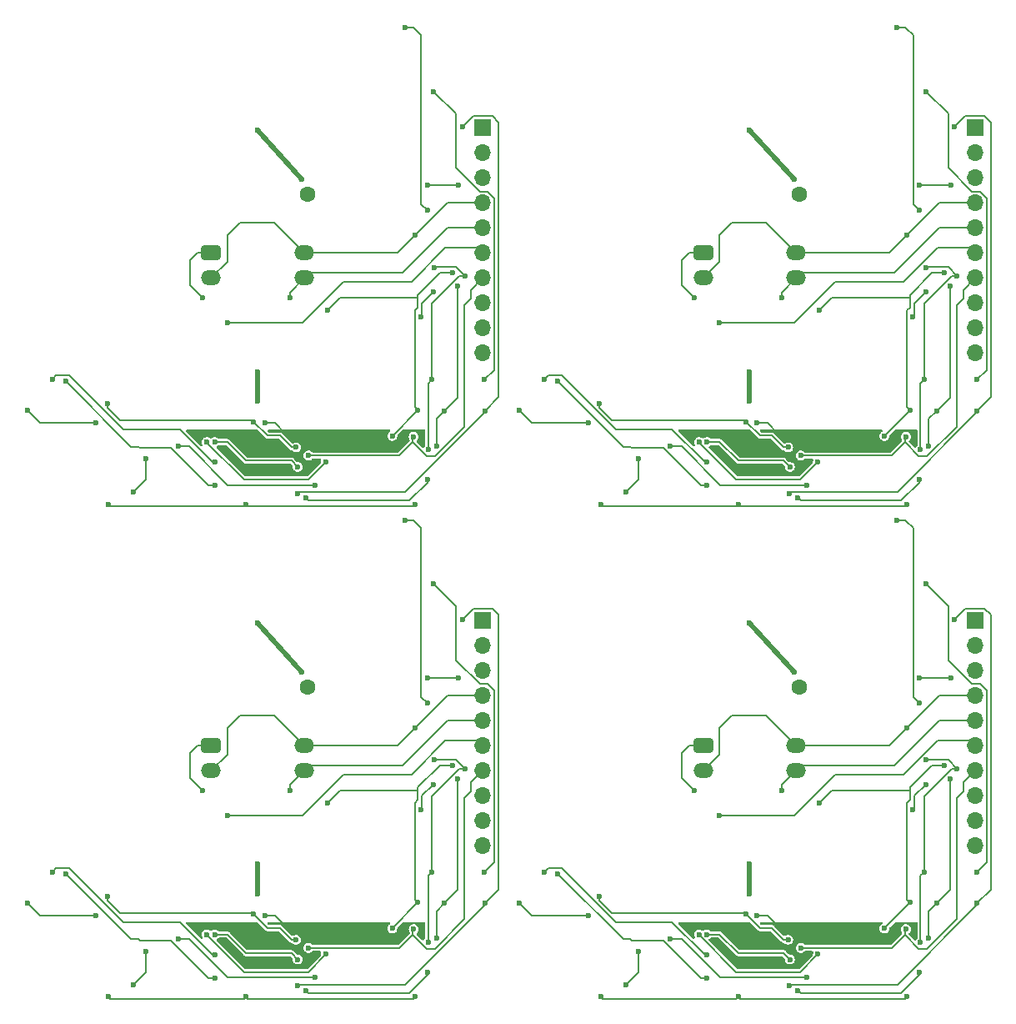
<source format=gbr>
%TF.GenerationSoftware,KiCad,Pcbnew,7.0.11+dfsg-1build4*%
%TF.CreationDate,2026-01-29T22:33:19-05:00*%
%TF.ProjectId,,58585858-5858-4585-9858-585858585858,rev?*%
%TF.SameCoordinates,Original*%
%TF.FileFunction,Copper,L2,Bot*%
%TF.FilePolarity,Positive*%
%FSLAX46Y46*%
G04 Gerber Fmt 4.6, Leading zero omitted, Abs format (unit mm)*
G04 Created by KiCad (PCBNEW 7.0.11+dfsg-1build4) date 2026-01-29 22:33:19*
%MOMM*%
%LPD*%
G01*
G04 APERTURE LIST*
G04 Aperture macros list*
%AMRoundRect*
0 Rectangle with rounded corners*
0 $1 Rounding radius*
0 $2 $3 $4 $5 $6 $7 $8 $9 X,Y pos of 4 corners*
0 Add a 4 corners polygon primitive as box body*
4,1,4,$2,$3,$4,$5,$6,$7,$8,$9,$2,$3,0*
0 Add four circle primitives for the rounded corners*
1,1,$1+$1,$2,$3*
1,1,$1+$1,$4,$5*
1,1,$1+$1,$6,$7*
1,1,$1+$1,$8,$9*
0 Add four rect primitives between the rounded corners*
20,1,$1+$1,$2,$3,$4,$5,0*
20,1,$1+$1,$4,$5,$6,$7,0*
20,1,$1+$1,$6,$7,$8,$9,0*
20,1,$1+$1,$8,$9,$2,$3,0*%
G04 Aperture macros list end*
%TA.AperFunction,EtchedComponent*%
%ADD10C,0.500000*%
%TD*%
%TA.AperFunction,ComponentPad*%
%ADD11R,1.700000X1.700000*%
%TD*%
%TA.AperFunction,ComponentPad*%
%ADD12O,1.700000X1.700000*%
%TD*%
%TA.AperFunction,WasherPad*%
%ADD13C,1.600000*%
%TD*%
%TA.AperFunction,ComponentPad*%
%ADD14RoundRect,0.340500X0.659500X-0.409500X0.659500X0.409500X-0.659500X0.409500X-0.659500X-0.409500X0*%
%TD*%
%TA.AperFunction,ComponentPad*%
%ADD15O,2.000000X1.500000*%
%TD*%
%TA.AperFunction,ComponentPad*%
%ADD16C,0.600000*%
%TD*%
%TA.AperFunction,ViaPad*%
%ADD17C,0.600000*%
%TD*%
%TA.AperFunction,Conductor*%
%ADD18C,0.200000*%
%TD*%
G04 APERTURE END LIST*
D10*
%TO.C,L_pcb1*%
X138170000Y-115235000D02*
X138170000Y-118235000D01*
X142670000Y-95735000D02*
X138170000Y-90735000D01*
X88170000Y-115235000D02*
X88170000Y-118235000D01*
X92670000Y-95735000D02*
X88170000Y-90735000D01*
X138170000Y-65235000D02*
X138170000Y-68235000D01*
X142670000Y-45735000D02*
X138170000Y-40735000D01*
X88170000Y-65235000D02*
X88170000Y-68235000D01*
X92670000Y-45735000D02*
X88170000Y-40735000D01*
%TD*%
D11*
%TO.P,J1,1,Pin_1*%
%TO.N,Net-(J1-Pin_1)*%
X161070000Y-90485000D03*
D12*
%TO.P,J1,2,Pin_2*%
%TO.N,Net-(J1-Pin_2)*%
X161070000Y-93025000D03*
%TO.P,J1,3,Pin_3*%
%TO.N,VCC*%
X161070000Y-95565000D03*
%TO.P,J1,4,Pin_4*%
%TO.N,GND*%
X161070000Y-98105000D03*
%TO.P,J1,5,Pin_5*%
%TO.N,/SENS_DET*%
X161070000Y-100645000D03*
%TO.P,J1,6,Pin_6*%
%TO.N,/SENS_LED*%
X161070000Y-103185000D03*
%TO.P,J1,7,Pin_7*%
%TO.N,/RSTPD_N*%
X161070000Y-105725000D03*
%TO.P,J1,8,Pin_8*%
%TO.N,/LED_KR*%
X161070000Y-108265000D03*
%TO.P,J1,9,Pin_9*%
%TO.N,/LED_KG*%
X161070000Y-110805000D03*
%TO.P,J1,10,Pin_10*%
%TO.N,/LED_KB*%
X161070000Y-113345000D03*
%TD*%
D13*
%TO.P,U1,*%
%TO.N,*%
X143215000Y-97255000D03*
D14*
%TO.P,U1,1*%
%TO.N,Net-(R11-Pad2)*%
X133440000Y-103185000D03*
D15*
%TO.P,U1,2*%
%TO.N,GND*%
X133440000Y-105725000D03*
%TO.P,U1,3*%
%TO.N,/SENS_DET*%
X142890000Y-105725000D03*
%TO.P,U1,4*%
%TO.N,GND*%
X142890000Y-103185000D03*
%TD*%
D16*
%TO.P,L_pcb1,B*%
%TO.N,N/C*%
X138170000Y-90735000D03*
X142670000Y-95735000D03*
%TO.P,L_pcb1,G*%
X138170000Y-115235000D03*
X138170000Y-118235000D03*
%TD*%
D11*
%TO.P,J1,1,Pin_1*%
%TO.N,Net-(J1-Pin_1)*%
X111070000Y-90485000D03*
D12*
%TO.P,J1,2,Pin_2*%
%TO.N,Net-(J1-Pin_2)*%
X111070000Y-93025000D03*
%TO.P,J1,3,Pin_3*%
%TO.N,VCC*%
X111070000Y-95565000D03*
%TO.P,J1,4,Pin_4*%
%TO.N,GND*%
X111070000Y-98105000D03*
%TO.P,J1,5,Pin_5*%
%TO.N,/SENS_DET*%
X111070000Y-100645000D03*
%TO.P,J1,6,Pin_6*%
%TO.N,/SENS_LED*%
X111070000Y-103185000D03*
%TO.P,J1,7,Pin_7*%
%TO.N,/RSTPD_N*%
X111070000Y-105725000D03*
%TO.P,J1,8,Pin_8*%
%TO.N,/LED_KR*%
X111070000Y-108265000D03*
%TO.P,J1,9,Pin_9*%
%TO.N,/LED_KG*%
X111070000Y-110805000D03*
%TO.P,J1,10,Pin_10*%
%TO.N,/LED_KB*%
X111070000Y-113345000D03*
%TD*%
D13*
%TO.P,U1,*%
%TO.N,*%
X93215000Y-97255000D03*
D14*
%TO.P,U1,1*%
%TO.N,Net-(R11-Pad2)*%
X83440000Y-103185000D03*
D15*
%TO.P,U1,2*%
%TO.N,GND*%
X83440000Y-105725000D03*
%TO.P,U1,3*%
%TO.N,/SENS_DET*%
X92890000Y-105725000D03*
%TO.P,U1,4*%
%TO.N,GND*%
X92890000Y-103185000D03*
%TD*%
D16*
%TO.P,L_pcb1,B*%
%TO.N,N/C*%
X88170000Y-90735000D03*
X92670000Y-95735000D03*
%TO.P,L_pcb1,G*%
X88170000Y-115235000D03*
X88170000Y-118235000D03*
%TD*%
D11*
%TO.P,J1,1,Pin_1*%
%TO.N,Net-(J1-Pin_1)*%
X161070000Y-40485000D03*
D12*
%TO.P,J1,2,Pin_2*%
%TO.N,Net-(J1-Pin_2)*%
X161070000Y-43025000D03*
%TO.P,J1,3,Pin_3*%
%TO.N,VCC*%
X161070000Y-45565000D03*
%TO.P,J1,4,Pin_4*%
%TO.N,GND*%
X161070000Y-48105000D03*
%TO.P,J1,5,Pin_5*%
%TO.N,/SENS_DET*%
X161070000Y-50645000D03*
%TO.P,J1,6,Pin_6*%
%TO.N,/SENS_LED*%
X161070000Y-53185000D03*
%TO.P,J1,7,Pin_7*%
%TO.N,/RSTPD_N*%
X161070000Y-55725000D03*
%TO.P,J1,8,Pin_8*%
%TO.N,/LED_KR*%
X161070000Y-58265000D03*
%TO.P,J1,9,Pin_9*%
%TO.N,/LED_KG*%
X161070000Y-60805000D03*
%TO.P,J1,10,Pin_10*%
%TO.N,/LED_KB*%
X161070000Y-63345000D03*
%TD*%
D13*
%TO.P,U1,*%
%TO.N,*%
X143215000Y-47255000D03*
D14*
%TO.P,U1,1*%
%TO.N,Net-(R11-Pad2)*%
X133440000Y-53185000D03*
D15*
%TO.P,U1,2*%
%TO.N,GND*%
X133440000Y-55725000D03*
%TO.P,U1,3*%
%TO.N,/SENS_DET*%
X142890000Y-55725000D03*
%TO.P,U1,4*%
%TO.N,GND*%
X142890000Y-53185000D03*
%TD*%
D16*
%TO.P,L_pcb1,B*%
%TO.N,N/C*%
X138170000Y-40735000D03*
X142670000Y-45735000D03*
%TO.P,L_pcb1,G*%
X138170000Y-65235000D03*
X138170000Y-68235000D03*
%TD*%
%TO.P,L_pcb1,B*%
%TO.N,N/C*%
X88170000Y-40735000D03*
X92670000Y-45735000D03*
%TO.P,L_pcb1,G*%
X88170000Y-65235000D03*
X88170000Y-68235000D03*
%TD*%
D11*
%TO.P,J1,1,Pin_1*%
%TO.N,Net-(J1-Pin_1)*%
X111070000Y-40485000D03*
D12*
%TO.P,J1,2,Pin_2*%
%TO.N,Net-(J1-Pin_2)*%
X111070000Y-43025000D03*
%TO.P,J1,3,Pin_3*%
%TO.N,VCC*%
X111070000Y-45565000D03*
%TO.P,J1,4,Pin_4*%
%TO.N,GND*%
X111070000Y-48105000D03*
%TO.P,J1,5,Pin_5*%
%TO.N,/SENS_DET*%
X111070000Y-50645000D03*
%TO.P,J1,6,Pin_6*%
%TO.N,/SENS_LED*%
X111070000Y-53185000D03*
%TO.P,J1,7,Pin_7*%
%TO.N,/RSTPD_N*%
X111070000Y-55725000D03*
%TO.P,J1,8,Pin_8*%
%TO.N,/LED_KR*%
X111070000Y-58265000D03*
%TO.P,J1,9,Pin_9*%
%TO.N,/LED_KG*%
X111070000Y-60805000D03*
%TO.P,J1,10,Pin_10*%
%TO.N,/LED_KB*%
X111070000Y-63345000D03*
%TD*%
D13*
%TO.P,U1,*%
%TO.N,*%
X93215000Y-47255000D03*
D14*
%TO.P,U1,1*%
%TO.N,Net-(R11-Pad2)*%
X83440000Y-53185000D03*
D15*
%TO.P,U1,2*%
%TO.N,GND*%
X83440000Y-55725000D03*
%TO.P,U1,3*%
%TO.N,/SENS_DET*%
X92890000Y-55725000D03*
%TO.P,U1,4*%
%TO.N,GND*%
X92890000Y-53185000D03*
%TD*%
D17*
%TO.N,+3.3V*%
X136995000Y-128685000D03*
%TO.N,Net-(R11-Pad2)*%
X132550000Y-107755000D03*
%TO.N,/SENS_LED*%
X135090000Y-110295000D03*
%TO.N,+3.3V*%
X155523800Y-123145900D03*
X159235000Y-105525800D03*
%TO.N,Net-(C3-Pad1)*%
X130089765Y-122827635D03*
X143998700Y-126758500D03*
%TO.N,+3.3V*%
X123025000Y-128685000D03*
%TO.N,Net-(D1-BK)*%
X156045000Y-86766500D03*
X161227600Y-116052000D03*
%TO.N,Net-(D1-GK)*%
X154740000Y-109660000D03*
X156045000Y-107120000D03*
X155410000Y-98865000D03*
X153141000Y-80285000D03*
%TO.N,Net-(U2-I0)*%
X133850500Y-124399144D03*
X117310000Y-116010000D03*
%TO.N,Net-(U2-I1)*%
X118695200Y-116213300D03*
X133820000Y-126805000D03*
%TO.N,+3.3V*%
X142072600Y-122912500D03*
X154140000Y-128685000D03*
%TO.N,Net-(Q1-S)*%
X142222965Y-127598965D03*
%TO.N,GND*%
X121755000Y-120455000D03*
X138894735Y-120449735D03*
X154140000Y-101405000D03*
X142874100Y-121490300D03*
X149445000Y-121920743D03*
X114770000Y-119185000D03*
%TO.N,+3.3V*%
X155888500Y-116052000D03*
X137790265Y-120294735D03*
X122923300Y-118471200D03*
%TO.N,VCC*%
X158585000Y-96325000D03*
X155410000Y-96325000D03*
X145250000Y-109025000D03*
X151858300Y-121751100D03*
%TO.N,/RSTPD_N*%
X143354700Y-123738200D03*
X154040400Y-121834800D03*
%TO.N,Net-(Q1-S)*%
X161262800Y-119190200D03*
X158964300Y-90395900D03*
%TO.N,Net-(U2-OSCIN)*%
X125565000Y-127440000D03*
X126835000Y-124098300D03*
%TO.N,VCC*%
X154469700Y-119139700D03*
X157950000Y-105215000D03*
%TO.N,+3.3V*%
X156117265Y-104652265D03*
%TO.N,Net-(Q2-S)*%
X155410000Y-126170000D03*
X156349000Y-122753400D03*
X143070000Y-128049400D03*
X158490400Y-106567200D03*
X157148300Y-119190200D03*
%TO.N,Net-(U2-RX)*%
X133820000Y-122360000D03*
X142253386Y-124900000D03*
%TO.N,Net-(U2-VMID)*%
X145106800Y-124376300D03*
%TO.N,/SENS_DET*%
X141440000Y-107755000D03*
%TO.N,Net-(U2-VMID)*%
X133018900Y-122360000D03*
%TO.N,+3.3V*%
X86995000Y-128685000D03*
%TO.N,Net-(R11-Pad2)*%
X82550000Y-107755000D03*
%TO.N,/SENS_LED*%
X85090000Y-110295000D03*
%TO.N,+3.3V*%
X105523800Y-123145900D03*
X109235000Y-105525800D03*
%TO.N,Net-(C3-Pad1)*%
X80089765Y-122827635D03*
X93998700Y-126758500D03*
%TO.N,+3.3V*%
X73025000Y-128685000D03*
%TO.N,Net-(D1-BK)*%
X106045000Y-86766500D03*
X111227600Y-116052000D03*
%TO.N,Net-(D1-GK)*%
X104740000Y-109660000D03*
X106045000Y-107120000D03*
X105410000Y-98865000D03*
X103141000Y-80285000D03*
%TO.N,Net-(U2-I0)*%
X83850500Y-124399144D03*
X67310000Y-116010000D03*
%TO.N,Net-(U2-I1)*%
X68695200Y-116213300D03*
X83820000Y-126805000D03*
%TO.N,+3.3V*%
X92072600Y-122912500D03*
X104140000Y-128685000D03*
%TO.N,Net-(Q1-S)*%
X92222965Y-127598965D03*
%TO.N,GND*%
X71755000Y-120455000D03*
X88894735Y-120449735D03*
X104140000Y-101405000D03*
X92874100Y-121490300D03*
X99445000Y-121920743D03*
X64770000Y-119185000D03*
%TO.N,+3.3V*%
X105888500Y-116052000D03*
X87790265Y-120294735D03*
X72923300Y-118471200D03*
%TO.N,VCC*%
X108585000Y-96325000D03*
X105410000Y-96325000D03*
X95250000Y-109025000D03*
X101858300Y-121751100D03*
%TO.N,/RSTPD_N*%
X93354700Y-123738200D03*
X104040400Y-121834800D03*
%TO.N,Net-(Q1-S)*%
X111262800Y-119190200D03*
X108964300Y-90395900D03*
%TO.N,Net-(U2-OSCIN)*%
X75565000Y-127440000D03*
X76835000Y-124098300D03*
%TO.N,VCC*%
X104469700Y-119139700D03*
X107950000Y-105215000D03*
%TO.N,+3.3V*%
X106117265Y-104652265D03*
%TO.N,Net-(Q2-S)*%
X105410000Y-126170000D03*
X106349000Y-122753400D03*
X93070000Y-128049400D03*
X108490400Y-106567200D03*
X107148300Y-119190200D03*
%TO.N,Net-(U2-RX)*%
X83820000Y-122360000D03*
X92253386Y-124900000D03*
%TO.N,Net-(U2-VMID)*%
X95106800Y-124376300D03*
%TO.N,/SENS_DET*%
X91440000Y-107755000D03*
%TO.N,Net-(U2-VMID)*%
X83018900Y-122360000D03*
%TO.N,+3.3V*%
X136995000Y-78685000D03*
%TO.N,Net-(R11-Pad2)*%
X132550000Y-57755000D03*
%TO.N,/SENS_LED*%
X135090000Y-60295000D03*
%TO.N,+3.3V*%
X155523800Y-73145900D03*
X159235000Y-55525800D03*
%TO.N,Net-(C3-Pad1)*%
X130089765Y-72827635D03*
X143998700Y-76758500D03*
%TO.N,+3.3V*%
X123025000Y-78685000D03*
%TO.N,Net-(D1-BK)*%
X156045000Y-36766500D03*
X161227600Y-66052000D03*
%TO.N,Net-(D1-GK)*%
X154740000Y-59660000D03*
X156045000Y-57120000D03*
X155410000Y-48865000D03*
X153141000Y-30285000D03*
%TO.N,Net-(U2-I0)*%
X133850500Y-74399144D03*
X117310000Y-66010000D03*
%TO.N,Net-(U2-I1)*%
X118695200Y-66213300D03*
X133820000Y-76805000D03*
%TO.N,+3.3V*%
X142072600Y-72912500D03*
X154140000Y-78685000D03*
%TO.N,Net-(Q1-S)*%
X142222965Y-77598965D03*
%TO.N,GND*%
X121755000Y-70455000D03*
X138894735Y-70449735D03*
X154140000Y-51405000D03*
X142874100Y-71490300D03*
X149445000Y-71920743D03*
X114770000Y-69185000D03*
%TO.N,+3.3V*%
X155888500Y-66052000D03*
X137790265Y-70294735D03*
X122923300Y-68471200D03*
%TO.N,VCC*%
X158585000Y-46325000D03*
X155410000Y-46325000D03*
X145250000Y-59025000D03*
X151858300Y-71751100D03*
%TO.N,/RSTPD_N*%
X143354700Y-73738200D03*
X154040400Y-71834800D03*
%TO.N,Net-(Q1-S)*%
X161262800Y-69190200D03*
X158964300Y-40395900D03*
%TO.N,Net-(U2-OSCIN)*%
X125565000Y-77440000D03*
X126835000Y-74098300D03*
%TO.N,VCC*%
X154469700Y-69139700D03*
X157950000Y-55215000D03*
%TO.N,+3.3V*%
X156117265Y-54652265D03*
%TO.N,Net-(Q2-S)*%
X155410000Y-76170000D03*
X156349000Y-72753400D03*
X143070000Y-78049400D03*
X158490400Y-56567200D03*
X157148300Y-69190200D03*
%TO.N,Net-(U2-RX)*%
X133820000Y-72360000D03*
X142253386Y-74900000D03*
%TO.N,Net-(U2-VMID)*%
X145106800Y-74376300D03*
%TO.N,/SENS_DET*%
X141440000Y-57755000D03*
%TO.N,Net-(U2-VMID)*%
X133018900Y-72360000D03*
%TO.N,Net-(R11-Pad2)*%
X82550000Y-57755000D03*
%TO.N,/SENS_LED*%
X85090000Y-60295000D03*
%TO.N,+3.3V*%
X86995000Y-78685000D03*
X92072600Y-72912500D03*
X104140000Y-78685000D03*
X73025000Y-78685000D03*
X106117265Y-54652265D03*
X72923300Y-68471200D03*
X87790265Y-70294735D03*
X105888500Y-66052000D03*
X109235000Y-55525800D03*
X105523800Y-73145900D03*
%TO.N,VCC*%
X107950000Y-55215000D03*
X104469700Y-69139700D03*
X101858300Y-71751100D03*
X95250000Y-59025000D03*
X105410000Y-46325000D03*
X108585000Y-46325000D03*
%TO.N,Net-(U2-OSCIN)*%
X76835000Y-74098300D03*
X75565000Y-77440000D03*
%TO.N,Net-(Q1-S)*%
X92222965Y-77598965D03*
X108964300Y-40395900D03*
X111262800Y-69190200D03*
%TO.N,/SENS_DET*%
X91440000Y-57755000D03*
%TO.N,Net-(Q2-S)*%
X107148300Y-69190200D03*
X108490400Y-56567200D03*
X93070000Y-78049400D03*
X106349000Y-72753400D03*
X105410000Y-76170000D03*
%TO.N,/RSTPD_N*%
X104040400Y-71834800D03*
X93354700Y-73738200D03*
%TO.N,Net-(U2-I1)*%
X83820000Y-76805000D03*
X68695200Y-66213300D03*
%TO.N,Net-(U2-I0)*%
X67310000Y-66010000D03*
X83850500Y-74399144D03*
%TO.N,GND*%
X64770000Y-69185000D03*
X99445000Y-71920743D03*
X92874100Y-71490300D03*
X104140000Y-51405000D03*
X88894735Y-70449735D03*
X71755000Y-70455000D03*
%TO.N,Net-(C3-Pad1)*%
X93998700Y-76758500D03*
X80089765Y-72827635D03*
%TO.N,Net-(U2-VMID)*%
X83018900Y-72360000D03*
X95106800Y-74376300D03*
%TO.N,Net-(U2-RX)*%
X92253386Y-74900000D03*
X83820000Y-72360000D03*
%TO.N,Net-(D1-GK)*%
X103141000Y-30285000D03*
X105410000Y-48865000D03*
X106045000Y-57120000D03*
X104740000Y-59660000D03*
%TO.N,Net-(D1-BK)*%
X111227600Y-66052000D03*
X106045000Y-36766500D03*
%TD*%
D18*
%TO.N,+3.3V*%
X123225000Y-128885000D02*
X136795000Y-128885000D01*
X154140000Y-128710000D02*
X153965000Y-128885000D01*
X155888500Y-116052000D02*
X155523900Y-116416600D01*
X159235000Y-105525800D02*
X158680700Y-105525800D01*
X155523900Y-116416600D02*
X155523900Y-123145900D01*
X137790265Y-120294735D02*
X139220530Y-121725000D01*
X155523900Y-123145900D02*
X155523800Y-123145900D01*
X153965000Y-128885000D02*
X137195000Y-128885000D01*
X137195000Y-128885000D02*
X136995000Y-128685000D01*
X156154530Y-104615000D02*
X158324200Y-104615000D01*
X140447600Y-121725000D02*
X141635100Y-122912500D01*
X158680700Y-105525800D02*
X155888500Y-108318000D01*
X137790265Y-120294735D02*
X137660730Y-120165200D01*
X155888500Y-108318000D02*
X155888500Y-116052000D01*
X141635100Y-122912500D02*
X142072600Y-122912500D01*
X123025000Y-128685000D02*
X123225000Y-128885000D01*
X154140000Y-128685000D02*
X154140000Y-128710000D01*
X139220530Y-121725000D02*
X140447600Y-121725000D01*
X158324200Y-104615000D02*
X159235000Y-105525800D01*
X156117265Y-104652265D02*
X156154530Y-104615000D01*
X122923300Y-118898700D02*
X122923300Y-118471200D01*
X124189800Y-120165200D02*
X122923300Y-118898700D01*
X136795000Y-128885000D02*
X136995000Y-128685000D01*
X137660730Y-120165200D02*
X124189800Y-120165200D01*
%TO.N,Net-(C3-Pad1)*%
X135168350Y-126758500D02*
X143998700Y-126758500D01*
X131237485Y-122827635D02*
X135168350Y-126758500D01*
X130089765Y-122827635D02*
X131237485Y-122827635D01*
%TO.N,GND*%
X139840000Y-100135000D02*
X142890000Y-103185000D01*
X142890000Y-103185000D02*
X152360000Y-103185000D01*
X157440000Y-98105000D02*
X161070000Y-98105000D01*
X136360000Y-100135000D02*
X139840000Y-100135000D01*
X138900000Y-120455000D02*
X139952200Y-120455000D01*
X149445000Y-121920743D02*
X149115643Y-122250100D01*
X133440000Y-105725000D02*
X135090000Y-104075000D01*
X116040000Y-120455000D02*
X114770000Y-119185000D01*
X154140000Y-101405000D02*
X157440000Y-98105000D01*
X149115643Y-122250100D02*
X143633900Y-122250100D01*
X140987500Y-121490300D02*
X142874100Y-121490300D01*
%TO.N,Net-(D1-BK)*%
X156045000Y-86766500D02*
X158321200Y-89042700D01*
X162237100Y-97624600D02*
X162237100Y-115042500D01*
X161565600Y-96953100D02*
X162237100Y-97624600D01*
X158321200Y-94517500D02*
X160756800Y-96953100D01*
X160756800Y-96953100D02*
X161565600Y-96953100D01*
X158321200Y-89042700D02*
X158321200Y-94517500D01*
X162237100Y-115042500D02*
X161227600Y-116052000D01*
%TO.N,Net-(D1-GK)*%
X153141000Y-80285000D02*
X153975000Y-80285000D01*
X154775000Y-81085000D02*
X154775000Y-98230000D01*
X154775000Y-98230000D02*
X155410000Y-98865000D01*
X154869700Y-109530300D02*
X154869700Y-108295300D01*
X153975000Y-80285000D02*
X154775000Y-81085000D01*
X154740000Y-109660000D02*
X154869700Y-109530300D01*
X154869700Y-108295300D02*
X156045000Y-107120000D01*
%TO.N,Net-(U2-I0)*%
X130292371Y-121090000D02*
X124930000Y-121090000D01*
X133850500Y-124399144D02*
X133601515Y-124399144D01*
X124548914Y-121090000D02*
X119072214Y-115613300D01*
X124930000Y-121090000D02*
X124548914Y-121090000D01*
X117706700Y-115613300D02*
X117310000Y-116010000D01*
X119072214Y-115613300D02*
X117706700Y-115613300D01*
X133601515Y-124399144D02*
X130292371Y-121090000D01*
%TO.N,Net-(U2-I1)*%
X125321500Y-122839600D02*
X118695200Y-116213300D01*
X126044600Y-122839600D02*
X125321500Y-122839600D01*
X126200000Y-122995000D02*
X126044600Y-122839600D01*
X133820000Y-126805000D02*
X133218600Y-126805000D01*
X133218600Y-126805000D02*
X129408600Y-122995000D01*
X129408600Y-122995000D02*
X126200000Y-122995000D01*
%TO.N,/SENS_LED*%
X160560000Y-102675000D02*
X161070000Y-103185000D01*
X142710000Y-110295000D02*
X146880000Y-106125000D01*
%TO.N,GND*%
X152360000Y-103185000D02*
X154140000Y-101405000D01*
X135090000Y-101405000D02*
X136360000Y-100135000D01*
X121755000Y-120455000D02*
X116040000Y-120455000D01*
X143633900Y-122250100D02*
X142874100Y-121490300D01*
X139952200Y-120455000D02*
X140987500Y-121490300D01*
X135090000Y-104075000D02*
X135090000Y-101405000D01*
%TO.N,VCC*%
X154469700Y-119139700D02*
X151858300Y-121751100D01*
X154469700Y-107755000D02*
X154469700Y-108695300D01*
X154469700Y-107755000D02*
X154469700Y-107425300D01*
X154140000Y-109025000D02*
X154140000Y-118810000D01*
X146520000Y-107755000D02*
X154469700Y-107755000D01*
X155410000Y-96325000D02*
X157950000Y-96325000D01*
X156680000Y-105215000D02*
X157950000Y-105215000D01*
X154469700Y-108695300D02*
X154140000Y-109025000D01*
X157950000Y-96325000D02*
X158585000Y-96325000D01*
X154140000Y-118810000D02*
X154469700Y-119139700D01*
X145250000Y-109025000D02*
X146520000Y-107755000D01*
X154469700Y-107425300D02*
X156680000Y-105215000D01*
%TO.N,/SENS_LED*%
X153796000Y-106125000D02*
X157246000Y-102675000D01*
X135090000Y-110295000D02*
X142710000Y-110295000D01*
X157246000Y-102675000D02*
X160560000Y-102675000D01*
%TO.N,Net-(R11-Pad2)*%
X133440000Y-103185000D02*
X132040000Y-103185000D01*
X132040000Y-103185000D02*
X131280000Y-103945000D01*
X131280000Y-106485000D02*
X132550000Y-107755000D01*
X131280000Y-103945000D02*
X131280000Y-106485000D01*
%TO.N,/RSTPD_N*%
X159181100Y-120817600D02*
X156187800Y-123810900D01*
X159855000Y-107803700D02*
X159181100Y-108477600D01*
X159855000Y-106940000D02*
X159855000Y-107803700D01*
X155337700Y-123810900D02*
X153928400Y-122401600D01*
X153928400Y-121946800D02*
X154040400Y-121834800D01*
X161070000Y-105725000D02*
X159855000Y-106940000D01*
X156187800Y-123810900D02*
X155337700Y-123810900D01*
X153928400Y-122401600D02*
X153928400Y-121946800D01*
X143354700Y-123738200D02*
X152591800Y-123738200D01*
X159181100Y-108477600D02*
X159181100Y-120817600D01*
X152591800Y-123738200D02*
X153928400Y-122401600D01*
%TO.N,Net-(Q2-S)*%
X143070000Y-128049400D02*
X143341700Y-128321100D01*
X157148300Y-119190200D02*
X156349100Y-119989400D01*
X158490400Y-117848100D02*
X157148300Y-119190200D01*
X158490400Y-106567200D02*
X158490400Y-117848100D01*
%TO.N,Net-(Q1-S)*%
X142222965Y-127598965D02*
X142372530Y-127449400D01*
X142452900Y-127449400D02*
X142452900Y-127451000D01*
X153161700Y-127449400D02*
X161262800Y-119348300D01*
X142372530Y-127449400D02*
X153161700Y-127449400D01*
X160064700Y-89295500D02*
X162019700Y-89295500D01*
X162639000Y-89914800D02*
X162639000Y-117814000D01*
X158964300Y-90395900D02*
X160064700Y-89295500D01*
%TO.N,Net-(U2-OSCIN)*%
X126835000Y-124098300D02*
X126835000Y-126170000D01*
X126835000Y-126170000D02*
X125565000Y-127440000D01*
%TO.N,Net-(Q2-S)*%
X153564700Y-128321100D02*
X155410000Y-126475800D01*
X156349100Y-122753400D02*
X156349000Y-122753400D01*
X143341700Y-128321100D02*
X153564700Y-128321100D01*
X155410000Y-126475800D02*
X155410000Y-126170000D01*
X156349100Y-119989400D02*
X156349100Y-122753400D01*
%TO.N,Net-(U2-RX)*%
X135090000Y-122360000D02*
X136995000Y-124265000D01*
X141618386Y-124265000D02*
X142253386Y-124900000D01*
X136995000Y-124265000D02*
X141618386Y-124265000D01*
X133820000Y-122360000D02*
X135090000Y-122360000D01*
%TO.N,Net-(U2-VMID)*%
X133018900Y-122360000D02*
X133018900Y-122407429D01*
X143313100Y-126170000D02*
X145106800Y-124376300D01*
X133018900Y-122407429D02*
X136781471Y-126170000D01*
X136781471Y-126170000D02*
X143313100Y-126170000D01*
%TO.N,/SENS_DET*%
X141440000Y-107175000D02*
X141440000Y-107755000D01*
X142890000Y-105725000D02*
X141440000Y-107175000D01*
X143400000Y-105215000D02*
X152870000Y-105215000D01*
X152870000Y-105215000D02*
X157440000Y-100645000D01*
X142890000Y-105725000D02*
X143400000Y-105215000D01*
X157440000Y-100645000D02*
X161070000Y-100645000D01*
%TO.N,Net-(Q1-S)*%
X162639000Y-117814000D02*
X161262800Y-119190200D01*
X162019700Y-89295500D02*
X162639000Y-89914800D01*
X161262800Y-119348300D02*
X161262800Y-119190200D01*
X142452900Y-127451000D02*
X142452900Y-127449400D01*
%TO.N,/SENS_LED*%
X146880000Y-106125000D02*
X153796000Y-106125000D01*
%TO.N,+3.3V*%
X73225000Y-128885000D02*
X86795000Y-128885000D01*
X104140000Y-128710000D02*
X103965000Y-128885000D01*
X105888500Y-116052000D02*
X105523900Y-116416600D01*
X109235000Y-105525800D02*
X108680700Y-105525800D01*
X105523900Y-116416600D02*
X105523900Y-123145900D01*
X87790265Y-120294735D02*
X89220530Y-121725000D01*
X105523900Y-123145900D02*
X105523800Y-123145900D01*
X103965000Y-128885000D02*
X87195000Y-128885000D01*
X87195000Y-128885000D02*
X86995000Y-128685000D01*
X106154530Y-104615000D02*
X108324200Y-104615000D01*
X90447600Y-121725000D02*
X91635100Y-122912500D01*
X108680700Y-105525800D02*
X105888500Y-108318000D01*
X87790265Y-120294735D02*
X87660730Y-120165200D01*
X105888500Y-108318000D02*
X105888500Y-116052000D01*
X91635100Y-122912500D02*
X92072600Y-122912500D01*
X73025000Y-128685000D02*
X73225000Y-128885000D01*
X104140000Y-128685000D02*
X104140000Y-128710000D01*
X89220530Y-121725000D02*
X90447600Y-121725000D01*
X108324200Y-104615000D02*
X109235000Y-105525800D01*
X106117265Y-104652265D02*
X106154530Y-104615000D01*
X72923300Y-118898700D02*
X72923300Y-118471200D01*
X74189800Y-120165200D02*
X72923300Y-118898700D01*
X86795000Y-128885000D02*
X86995000Y-128685000D01*
X87660730Y-120165200D02*
X74189800Y-120165200D01*
%TO.N,Net-(C3-Pad1)*%
X85168350Y-126758500D02*
X93998700Y-126758500D01*
X81237485Y-122827635D02*
X85168350Y-126758500D01*
X80089765Y-122827635D02*
X81237485Y-122827635D01*
%TO.N,GND*%
X89840000Y-100135000D02*
X92890000Y-103185000D01*
X92890000Y-103185000D02*
X102360000Y-103185000D01*
X107440000Y-98105000D02*
X111070000Y-98105000D01*
X86360000Y-100135000D02*
X89840000Y-100135000D01*
X88900000Y-120455000D02*
X89952200Y-120455000D01*
X99445000Y-121920743D02*
X99115643Y-122250100D01*
X83440000Y-105725000D02*
X85090000Y-104075000D01*
X66040000Y-120455000D02*
X64770000Y-119185000D01*
X104140000Y-101405000D02*
X107440000Y-98105000D01*
X99115643Y-122250100D02*
X93633900Y-122250100D01*
X90987500Y-121490300D02*
X92874100Y-121490300D01*
%TO.N,Net-(D1-BK)*%
X106045000Y-86766500D02*
X108321200Y-89042700D01*
X112237100Y-97624600D02*
X112237100Y-115042500D01*
X111565600Y-96953100D02*
X112237100Y-97624600D01*
X108321200Y-94517500D02*
X110756800Y-96953100D01*
X110756800Y-96953100D02*
X111565600Y-96953100D01*
X108321200Y-89042700D02*
X108321200Y-94517500D01*
X112237100Y-115042500D02*
X111227600Y-116052000D01*
%TO.N,Net-(D1-GK)*%
X103141000Y-80285000D02*
X103975000Y-80285000D01*
X104775000Y-81085000D02*
X104775000Y-98230000D01*
X104775000Y-98230000D02*
X105410000Y-98865000D01*
X104869700Y-109530300D02*
X104869700Y-108295300D01*
X103975000Y-80285000D02*
X104775000Y-81085000D01*
X104740000Y-109660000D02*
X104869700Y-109530300D01*
X104869700Y-108295300D02*
X106045000Y-107120000D01*
%TO.N,Net-(U2-I0)*%
X80292371Y-121090000D02*
X74930000Y-121090000D01*
X83850500Y-124399144D02*
X83601515Y-124399144D01*
X74548914Y-121090000D02*
X69072214Y-115613300D01*
X74930000Y-121090000D02*
X74548914Y-121090000D01*
X67706700Y-115613300D02*
X67310000Y-116010000D01*
X69072214Y-115613300D02*
X67706700Y-115613300D01*
X83601515Y-124399144D02*
X80292371Y-121090000D01*
%TO.N,Net-(U2-I1)*%
X75321500Y-122839600D02*
X68695200Y-116213300D01*
X76044600Y-122839600D02*
X75321500Y-122839600D01*
X76200000Y-122995000D02*
X76044600Y-122839600D01*
X83820000Y-126805000D02*
X83218600Y-126805000D01*
X83218600Y-126805000D02*
X79408600Y-122995000D01*
X79408600Y-122995000D02*
X76200000Y-122995000D01*
%TO.N,/SENS_LED*%
X110560000Y-102675000D02*
X111070000Y-103185000D01*
X92710000Y-110295000D02*
X96880000Y-106125000D01*
%TO.N,GND*%
X102360000Y-103185000D02*
X104140000Y-101405000D01*
X85090000Y-101405000D02*
X86360000Y-100135000D01*
X71755000Y-120455000D02*
X66040000Y-120455000D01*
X93633900Y-122250100D02*
X92874100Y-121490300D01*
X89952200Y-120455000D02*
X90987500Y-121490300D01*
X85090000Y-104075000D02*
X85090000Y-101405000D01*
%TO.N,VCC*%
X104469700Y-119139700D02*
X101858300Y-121751100D01*
X104469700Y-107755000D02*
X104469700Y-108695300D01*
X104469700Y-107755000D02*
X104469700Y-107425300D01*
X104140000Y-109025000D02*
X104140000Y-118810000D01*
X96520000Y-107755000D02*
X104469700Y-107755000D01*
X105410000Y-96325000D02*
X107950000Y-96325000D01*
X106680000Y-105215000D02*
X107950000Y-105215000D01*
X104469700Y-108695300D02*
X104140000Y-109025000D01*
X107950000Y-96325000D02*
X108585000Y-96325000D01*
X104140000Y-118810000D02*
X104469700Y-119139700D01*
X95250000Y-109025000D02*
X96520000Y-107755000D01*
X104469700Y-107425300D02*
X106680000Y-105215000D01*
%TO.N,/SENS_LED*%
X103796000Y-106125000D02*
X107246000Y-102675000D01*
X85090000Y-110295000D02*
X92710000Y-110295000D01*
X107246000Y-102675000D02*
X110560000Y-102675000D01*
%TO.N,Net-(R11-Pad2)*%
X83440000Y-103185000D02*
X82040000Y-103185000D01*
X82040000Y-103185000D02*
X81280000Y-103945000D01*
X81280000Y-106485000D02*
X82550000Y-107755000D01*
X81280000Y-103945000D02*
X81280000Y-106485000D01*
%TO.N,/RSTPD_N*%
X109181100Y-120817600D02*
X106187800Y-123810900D01*
X109855000Y-107803700D02*
X109181100Y-108477600D01*
X109855000Y-106940000D02*
X109855000Y-107803700D01*
X105337700Y-123810900D02*
X103928400Y-122401600D01*
X103928400Y-121946800D02*
X104040400Y-121834800D01*
X111070000Y-105725000D02*
X109855000Y-106940000D01*
X106187800Y-123810900D02*
X105337700Y-123810900D01*
X103928400Y-122401600D02*
X103928400Y-121946800D01*
X93354700Y-123738200D02*
X102591800Y-123738200D01*
X109181100Y-108477600D02*
X109181100Y-120817600D01*
X102591800Y-123738200D02*
X103928400Y-122401600D01*
%TO.N,Net-(Q2-S)*%
X93070000Y-128049400D02*
X93341700Y-128321100D01*
X107148300Y-119190200D02*
X106349100Y-119989400D01*
X108490400Y-117848100D02*
X107148300Y-119190200D01*
X108490400Y-106567200D02*
X108490400Y-117848100D01*
%TO.N,Net-(Q1-S)*%
X92222965Y-127598965D02*
X92372530Y-127449400D01*
X92452900Y-127449400D02*
X92452900Y-127451000D01*
X103161700Y-127449400D02*
X111262800Y-119348300D01*
X92372530Y-127449400D02*
X103161700Y-127449400D01*
X110064700Y-89295500D02*
X112019700Y-89295500D01*
X112639000Y-89914800D02*
X112639000Y-117814000D01*
X108964300Y-90395900D02*
X110064700Y-89295500D01*
%TO.N,Net-(U2-OSCIN)*%
X76835000Y-124098300D02*
X76835000Y-126170000D01*
X76835000Y-126170000D02*
X75565000Y-127440000D01*
%TO.N,Net-(Q2-S)*%
X103564700Y-128321100D02*
X105410000Y-126475800D01*
X106349100Y-122753400D02*
X106349000Y-122753400D01*
X93341700Y-128321100D02*
X103564700Y-128321100D01*
X105410000Y-126475800D02*
X105410000Y-126170000D01*
X106349100Y-119989400D02*
X106349100Y-122753400D01*
%TO.N,Net-(U2-RX)*%
X85090000Y-122360000D02*
X86995000Y-124265000D01*
X91618386Y-124265000D02*
X92253386Y-124900000D01*
X86995000Y-124265000D02*
X91618386Y-124265000D01*
X83820000Y-122360000D02*
X85090000Y-122360000D01*
%TO.N,Net-(U2-VMID)*%
X83018900Y-122360000D02*
X83018900Y-122407429D01*
X93313100Y-126170000D02*
X95106800Y-124376300D01*
X83018900Y-122407429D02*
X86781471Y-126170000D01*
X86781471Y-126170000D02*
X93313100Y-126170000D01*
%TO.N,/SENS_DET*%
X91440000Y-107175000D02*
X91440000Y-107755000D01*
X92890000Y-105725000D02*
X91440000Y-107175000D01*
X93400000Y-105215000D02*
X102870000Y-105215000D01*
X102870000Y-105215000D02*
X107440000Y-100645000D01*
X92890000Y-105725000D02*
X93400000Y-105215000D01*
X107440000Y-100645000D02*
X111070000Y-100645000D01*
%TO.N,Net-(Q1-S)*%
X112639000Y-117814000D02*
X111262800Y-119190200D01*
X112019700Y-89295500D02*
X112639000Y-89914800D01*
X111262800Y-119348300D02*
X111262800Y-119190200D01*
X92452900Y-127451000D02*
X92452900Y-127449400D01*
%TO.N,/SENS_LED*%
X96880000Y-106125000D02*
X103796000Y-106125000D01*
%TO.N,+3.3V*%
X123225000Y-78885000D02*
X136795000Y-78885000D01*
X154140000Y-78710000D02*
X153965000Y-78885000D01*
X155888500Y-66052000D02*
X155523900Y-66416600D01*
X159235000Y-55525800D02*
X158680700Y-55525800D01*
X155523900Y-66416600D02*
X155523900Y-73145900D01*
X137790265Y-70294735D02*
X139220530Y-71725000D01*
X155523900Y-73145900D02*
X155523800Y-73145900D01*
X153965000Y-78885000D02*
X137195000Y-78885000D01*
X137195000Y-78885000D02*
X136995000Y-78685000D01*
X156154530Y-54615000D02*
X158324200Y-54615000D01*
X140447600Y-71725000D02*
X141635100Y-72912500D01*
X158680700Y-55525800D02*
X155888500Y-58318000D01*
X137790265Y-70294735D02*
X137660730Y-70165200D01*
X155888500Y-58318000D02*
X155888500Y-66052000D01*
X141635100Y-72912500D02*
X142072600Y-72912500D01*
X123025000Y-78685000D02*
X123225000Y-78885000D01*
X154140000Y-78685000D02*
X154140000Y-78710000D01*
X139220530Y-71725000D02*
X140447600Y-71725000D01*
X158324200Y-54615000D02*
X159235000Y-55525800D01*
X156117265Y-54652265D02*
X156154530Y-54615000D01*
X122923300Y-68898700D02*
X122923300Y-68471200D01*
X124189800Y-70165200D02*
X122923300Y-68898700D01*
X136795000Y-78885000D02*
X136995000Y-78685000D01*
X137660730Y-70165200D02*
X124189800Y-70165200D01*
%TO.N,Net-(C3-Pad1)*%
X135168350Y-76758500D02*
X143998700Y-76758500D01*
X131237485Y-72827635D02*
X135168350Y-76758500D01*
X130089765Y-72827635D02*
X131237485Y-72827635D01*
%TO.N,GND*%
X139840000Y-50135000D02*
X142890000Y-53185000D01*
X142890000Y-53185000D02*
X152360000Y-53185000D01*
X157440000Y-48105000D02*
X161070000Y-48105000D01*
X136360000Y-50135000D02*
X139840000Y-50135000D01*
X138900000Y-70455000D02*
X139952200Y-70455000D01*
X149445000Y-71920743D02*
X149115643Y-72250100D01*
X133440000Y-55725000D02*
X135090000Y-54075000D01*
X116040000Y-70455000D02*
X114770000Y-69185000D01*
X154140000Y-51405000D02*
X157440000Y-48105000D01*
X149115643Y-72250100D02*
X143633900Y-72250100D01*
X140987500Y-71490300D02*
X142874100Y-71490300D01*
%TO.N,Net-(D1-BK)*%
X156045000Y-36766500D02*
X158321200Y-39042700D01*
X162237100Y-47624600D02*
X162237100Y-65042500D01*
X161565600Y-46953100D02*
X162237100Y-47624600D01*
X158321200Y-44517500D02*
X160756800Y-46953100D01*
X160756800Y-46953100D02*
X161565600Y-46953100D01*
X158321200Y-39042700D02*
X158321200Y-44517500D01*
X162237100Y-65042500D02*
X161227600Y-66052000D01*
%TO.N,Net-(D1-GK)*%
X153141000Y-30285000D02*
X153975000Y-30285000D01*
X154775000Y-31085000D02*
X154775000Y-48230000D01*
X154775000Y-48230000D02*
X155410000Y-48865000D01*
X154869700Y-59530300D02*
X154869700Y-58295300D01*
X153975000Y-30285000D02*
X154775000Y-31085000D01*
X154740000Y-59660000D02*
X154869700Y-59530300D01*
X154869700Y-58295300D02*
X156045000Y-57120000D01*
%TO.N,Net-(U2-I0)*%
X130292371Y-71090000D02*
X124930000Y-71090000D01*
X133850500Y-74399144D02*
X133601515Y-74399144D01*
X124548914Y-71090000D02*
X119072214Y-65613300D01*
X124930000Y-71090000D02*
X124548914Y-71090000D01*
X117706700Y-65613300D02*
X117310000Y-66010000D01*
X119072214Y-65613300D02*
X117706700Y-65613300D01*
X133601515Y-74399144D02*
X130292371Y-71090000D01*
%TO.N,Net-(U2-I1)*%
X125321500Y-72839600D02*
X118695200Y-66213300D01*
X126044600Y-72839600D02*
X125321500Y-72839600D01*
X126200000Y-72995000D02*
X126044600Y-72839600D01*
X133820000Y-76805000D02*
X133218600Y-76805000D01*
X133218600Y-76805000D02*
X129408600Y-72995000D01*
X129408600Y-72995000D02*
X126200000Y-72995000D01*
%TO.N,/SENS_LED*%
X160560000Y-52675000D02*
X161070000Y-53185000D01*
X142710000Y-60295000D02*
X146880000Y-56125000D01*
%TO.N,GND*%
X152360000Y-53185000D02*
X154140000Y-51405000D01*
X135090000Y-51405000D02*
X136360000Y-50135000D01*
X121755000Y-70455000D02*
X116040000Y-70455000D01*
X143633900Y-72250100D02*
X142874100Y-71490300D01*
X139952200Y-70455000D02*
X140987500Y-71490300D01*
X135090000Y-54075000D02*
X135090000Y-51405000D01*
%TO.N,VCC*%
X154469700Y-69139700D02*
X151858300Y-71751100D01*
X154469700Y-57755000D02*
X154469700Y-58695300D01*
X154469700Y-57755000D02*
X154469700Y-57425300D01*
X154140000Y-59025000D02*
X154140000Y-68810000D01*
X146520000Y-57755000D02*
X154469700Y-57755000D01*
X155410000Y-46325000D02*
X157950000Y-46325000D01*
X156680000Y-55215000D02*
X157950000Y-55215000D01*
X154469700Y-58695300D02*
X154140000Y-59025000D01*
X157950000Y-46325000D02*
X158585000Y-46325000D01*
X154140000Y-68810000D02*
X154469700Y-69139700D01*
X145250000Y-59025000D02*
X146520000Y-57755000D01*
X154469700Y-57425300D02*
X156680000Y-55215000D01*
%TO.N,/SENS_LED*%
X153796000Y-56125000D02*
X157246000Y-52675000D01*
X135090000Y-60295000D02*
X142710000Y-60295000D01*
X157246000Y-52675000D02*
X160560000Y-52675000D01*
%TO.N,Net-(R11-Pad2)*%
X133440000Y-53185000D02*
X132040000Y-53185000D01*
X132040000Y-53185000D02*
X131280000Y-53945000D01*
X131280000Y-56485000D02*
X132550000Y-57755000D01*
X131280000Y-53945000D02*
X131280000Y-56485000D01*
%TO.N,/RSTPD_N*%
X159181100Y-70817600D02*
X156187800Y-73810900D01*
X159855000Y-57803700D02*
X159181100Y-58477600D01*
X159855000Y-56940000D02*
X159855000Y-57803700D01*
X155337700Y-73810900D02*
X153928400Y-72401600D01*
X153928400Y-71946800D02*
X154040400Y-71834800D01*
X161070000Y-55725000D02*
X159855000Y-56940000D01*
X156187800Y-73810900D02*
X155337700Y-73810900D01*
X153928400Y-72401600D02*
X153928400Y-71946800D01*
X143354700Y-73738200D02*
X152591800Y-73738200D01*
X159181100Y-58477600D02*
X159181100Y-70817600D01*
X152591800Y-73738200D02*
X153928400Y-72401600D01*
%TO.N,Net-(Q2-S)*%
X143070000Y-78049400D02*
X143341700Y-78321100D01*
X157148300Y-69190200D02*
X156349100Y-69989400D01*
X158490400Y-67848100D02*
X157148300Y-69190200D01*
X158490400Y-56567200D02*
X158490400Y-67848100D01*
%TO.N,Net-(Q1-S)*%
X142222965Y-77598965D02*
X142372530Y-77449400D01*
X142452900Y-77449400D02*
X142452900Y-77451000D01*
X153161700Y-77449400D02*
X161262800Y-69348300D01*
X142372530Y-77449400D02*
X153161700Y-77449400D01*
X160064700Y-39295500D02*
X162019700Y-39295500D01*
X162639000Y-39914800D02*
X162639000Y-67814000D01*
X158964300Y-40395900D02*
X160064700Y-39295500D01*
%TO.N,Net-(U2-OSCIN)*%
X126835000Y-74098300D02*
X126835000Y-76170000D01*
X126835000Y-76170000D02*
X125565000Y-77440000D01*
%TO.N,Net-(Q2-S)*%
X153564700Y-78321100D02*
X155410000Y-76475800D01*
X156349100Y-72753400D02*
X156349000Y-72753400D01*
X143341700Y-78321100D02*
X153564700Y-78321100D01*
X155410000Y-76475800D02*
X155410000Y-76170000D01*
X156349100Y-69989400D02*
X156349100Y-72753400D01*
%TO.N,Net-(U2-RX)*%
X135090000Y-72360000D02*
X136995000Y-74265000D01*
X141618386Y-74265000D02*
X142253386Y-74900000D01*
X136995000Y-74265000D02*
X141618386Y-74265000D01*
X133820000Y-72360000D02*
X135090000Y-72360000D01*
%TO.N,Net-(U2-VMID)*%
X133018900Y-72360000D02*
X133018900Y-72407429D01*
X143313100Y-76170000D02*
X145106800Y-74376300D01*
X133018900Y-72407429D02*
X136781471Y-76170000D01*
X136781471Y-76170000D02*
X143313100Y-76170000D01*
%TO.N,/SENS_DET*%
X141440000Y-57175000D02*
X141440000Y-57755000D01*
X142890000Y-55725000D02*
X141440000Y-57175000D01*
X143400000Y-55215000D02*
X152870000Y-55215000D01*
X152870000Y-55215000D02*
X157440000Y-50645000D01*
X142890000Y-55725000D02*
X143400000Y-55215000D01*
X157440000Y-50645000D02*
X161070000Y-50645000D01*
%TO.N,Net-(Q1-S)*%
X162639000Y-67814000D02*
X161262800Y-69190200D01*
X162019700Y-39295500D02*
X162639000Y-39914800D01*
X161262800Y-69348300D02*
X161262800Y-69190200D01*
X142452900Y-77451000D02*
X142452900Y-77449400D01*
%TO.N,/SENS_LED*%
X146880000Y-56125000D02*
X153796000Y-56125000D01*
%TO.N,Net-(R11-Pad2)*%
X81280000Y-53945000D02*
X81280000Y-56485000D01*
X81280000Y-56485000D02*
X82550000Y-57755000D01*
X82040000Y-53185000D02*
X81280000Y-53945000D01*
X83440000Y-53185000D02*
X82040000Y-53185000D01*
%TO.N,/SENS_LED*%
X107246000Y-52675000D02*
X110560000Y-52675000D01*
X85090000Y-60295000D02*
X92710000Y-60295000D01*
X103796000Y-56125000D02*
X107246000Y-52675000D01*
X92710000Y-60295000D02*
X96880000Y-56125000D01*
X96880000Y-56125000D02*
X103796000Y-56125000D01*
X110560000Y-52675000D02*
X111070000Y-53185000D01*
%TO.N,+3.3V*%
X87660730Y-70165200D02*
X74189800Y-70165200D01*
X86795000Y-78885000D02*
X86995000Y-78685000D01*
X74189800Y-70165200D02*
X72923300Y-68898700D01*
X72923300Y-68898700D02*
X72923300Y-68471200D01*
X106117265Y-54652265D02*
X106154530Y-54615000D01*
X108324200Y-54615000D02*
X109235000Y-55525800D01*
X89220530Y-71725000D02*
X90447600Y-71725000D01*
X104140000Y-78685000D02*
X104140000Y-78710000D01*
X73025000Y-78685000D02*
X73225000Y-78885000D01*
X91635100Y-72912500D02*
X92072600Y-72912500D01*
X105888500Y-58318000D02*
X105888500Y-66052000D01*
X87790265Y-70294735D02*
X87660730Y-70165200D01*
X108680700Y-55525800D02*
X105888500Y-58318000D01*
X90447600Y-71725000D02*
X91635100Y-72912500D01*
X106154530Y-54615000D02*
X108324200Y-54615000D01*
X87195000Y-78885000D02*
X86995000Y-78685000D01*
X103965000Y-78885000D02*
X87195000Y-78885000D01*
X105523900Y-73145900D02*
X105523800Y-73145900D01*
X87790265Y-70294735D02*
X89220530Y-71725000D01*
X105523900Y-66416600D02*
X105523900Y-73145900D01*
X109235000Y-55525800D02*
X108680700Y-55525800D01*
X105888500Y-66052000D02*
X105523900Y-66416600D01*
X104140000Y-78710000D02*
X103965000Y-78885000D01*
X73225000Y-78885000D02*
X86795000Y-78885000D01*
%TO.N,VCC*%
X104469700Y-57425300D02*
X106680000Y-55215000D01*
X95250000Y-59025000D02*
X96520000Y-57755000D01*
X104140000Y-68810000D02*
X104469700Y-69139700D01*
X107950000Y-46325000D02*
X108585000Y-46325000D01*
X104469700Y-58695300D02*
X104140000Y-59025000D01*
X106680000Y-55215000D02*
X107950000Y-55215000D01*
X105410000Y-46325000D02*
X107950000Y-46325000D01*
X96520000Y-57755000D02*
X104469700Y-57755000D01*
X104140000Y-59025000D02*
X104140000Y-68810000D01*
X104469700Y-57755000D02*
X104469700Y-57425300D01*
X104469700Y-57755000D02*
X104469700Y-58695300D01*
X104469700Y-69139700D02*
X101858300Y-71751100D01*
%TO.N,Net-(U2-OSCIN)*%
X76835000Y-76170000D02*
X75565000Y-77440000D01*
X76835000Y-74098300D02*
X76835000Y-76170000D01*
%TO.N,Net-(Q1-S)*%
X108964300Y-40395900D02*
X110064700Y-39295500D01*
X112639000Y-39914800D02*
X112639000Y-67814000D01*
X110064700Y-39295500D02*
X112019700Y-39295500D01*
X92372530Y-77449400D02*
X103161700Y-77449400D01*
X103161700Y-77449400D02*
X111262800Y-69348300D01*
X92452900Y-77449400D02*
X92452900Y-77451000D01*
X92222965Y-77598965D02*
X92372530Y-77449400D01*
X92452900Y-77451000D02*
X92452900Y-77449400D01*
X111262800Y-69348300D02*
X111262800Y-69190200D01*
X112019700Y-39295500D02*
X112639000Y-39914800D01*
X112639000Y-67814000D02*
X111262800Y-69190200D01*
%TO.N,/SENS_DET*%
X107440000Y-50645000D02*
X111070000Y-50645000D01*
X92890000Y-55725000D02*
X93400000Y-55215000D01*
X102870000Y-55215000D02*
X107440000Y-50645000D01*
X93400000Y-55215000D02*
X102870000Y-55215000D01*
X92890000Y-55725000D02*
X91440000Y-57175000D01*
X91440000Y-57175000D02*
X91440000Y-57755000D01*
%TO.N,Net-(Q2-S)*%
X106349100Y-69989400D02*
X106349100Y-72753400D01*
X105410000Y-76475800D02*
X105410000Y-76170000D01*
X93341700Y-78321100D02*
X103564700Y-78321100D01*
X106349100Y-72753400D02*
X106349000Y-72753400D01*
X103564700Y-78321100D02*
X105410000Y-76475800D01*
X108490400Y-56567200D02*
X108490400Y-67848100D01*
X108490400Y-67848100D02*
X107148300Y-69190200D01*
X107148300Y-69190200D02*
X106349100Y-69989400D01*
X93070000Y-78049400D02*
X93341700Y-78321100D01*
%TO.N,/RSTPD_N*%
X102591800Y-73738200D02*
X103928400Y-72401600D01*
X109181100Y-58477600D02*
X109181100Y-70817600D01*
X93354700Y-73738200D02*
X102591800Y-73738200D01*
X103928400Y-72401600D02*
X103928400Y-71946800D01*
X106187800Y-73810900D02*
X105337700Y-73810900D01*
X111070000Y-55725000D02*
X109855000Y-56940000D01*
X103928400Y-71946800D02*
X104040400Y-71834800D01*
X105337700Y-73810900D02*
X103928400Y-72401600D01*
X109855000Y-56940000D02*
X109855000Y-57803700D01*
X109855000Y-57803700D02*
X109181100Y-58477600D01*
X109181100Y-70817600D02*
X106187800Y-73810900D01*
%TO.N,Net-(U2-I1)*%
X79408600Y-72995000D02*
X76200000Y-72995000D01*
X83218600Y-76805000D02*
X79408600Y-72995000D01*
X83820000Y-76805000D02*
X83218600Y-76805000D01*
X76200000Y-72995000D02*
X76044600Y-72839600D01*
X76044600Y-72839600D02*
X75321500Y-72839600D01*
X75321500Y-72839600D02*
X68695200Y-66213300D01*
%TO.N,Net-(U2-I0)*%
X83601515Y-74399144D02*
X80292371Y-71090000D01*
X69072214Y-65613300D02*
X67706700Y-65613300D01*
X67706700Y-65613300D02*
X67310000Y-66010000D01*
X74930000Y-71090000D02*
X74548914Y-71090000D01*
X74548914Y-71090000D02*
X69072214Y-65613300D01*
X83850500Y-74399144D02*
X83601515Y-74399144D01*
X80292371Y-71090000D02*
X74930000Y-71090000D01*
%TO.N,GND*%
X85090000Y-54075000D02*
X85090000Y-51405000D01*
X89952200Y-70455000D02*
X90987500Y-71490300D01*
X93633900Y-72250100D02*
X92874100Y-71490300D01*
X71755000Y-70455000D02*
X66040000Y-70455000D01*
X85090000Y-51405000D02*
X86360000Y-50135000D01*
X102360000Y-53185000D02*
X104140000Y-51405000D01*
X90987500Y-71490300D02*
X92874100Y-71490300D01*
X99115643Y-72250100D02*
X93633900Y-72250100D01*
X104140000Y-51405000D02*
X107440000Y-48105000D01*
X66040000Y-70455000D02*
X64770000Y-69185000D01*
X83440000Y-55725000D02*
X85090000Y-54075000D01*
X99445000Y-71920743D02*
X99115643Y-72250100D01*
X88900000Y-70455000D02*
X89952200Y-70455000D01*
X86360000Y-50135000D02*
X89840000Y-50135000D01*
X107440000Y-48105000D02*
X111070000Y-48105000D01*
X92890000Y-53185000D02*
X102360000Y-53185000D01*
X89840000Y-50135000D02*
X92890000Y-53185000D01*
%TO.N,Net-(C3-Pad1)*%
X80089765Y-72827635D02*
X81237485Y-72827635D01*
X81237485Y-72827635D02*
X85168350Y-76758500D01*
X85168350Y-76758500D02*
X93998700Y-76758500D01*
%TO.N,Net-(U2-VMID)*%
X86781471Y-76170000D02*
X93313100Y-76170000D01*
X83018900Y-72407429D02*
X86781471Y-76170000D01*
X93313100Y-76170000D02*
X95106800Y-74376300D01*
X83018900Y-72360000D02*
X83018900Y-72407429D01*
%TO.N,Net-(U2-RX)*%
X83820000Y-72360000D02*
X85090000Y-72360000D01*
X86995000Y-74265000D02*
X91618386Y-74265000D01*
X91618386Y-74265000D02*
X92253386Y-74900000D01*
X85090000Y-72360000D02*
X86995000Y-74265000D01*
%TO.N,Net-(D1-GK)*%
X104869700Y-58295300D02*
X106045000Y-57120000D01*
X104740000Y-59660000D02*
X104869700Y-59530300D01*
X103975000Y-30285000D02*
X104775000Y-31085000D01*
X104869700Y-59530300D02*
X104869700Y-58295300D01*
X104775000Y-48230000D02*
X105410000Y-48865000D01*
X104775000Y-31085000D02*
X104775000Y-48230000D01*
X103141000Y-30285000D02*
X103975000Y-30285000D01*
%TO.N,Net-(D1-BK)*%
X112237100Y-65042500D02*
X111227600Y-66052000D01*
X108321200Y-39042700D02*
X108321200Y-44517500D01*
X110756800Y-46953100D02*
X111565600Y-46953100D01*
X108321200Y-44517500D02*
X110756800Y-46953100D01*
X111565600Y-46953100D02*
X112237100Y-47624600D01*
X112237100Y-47624600D02*
X112237100Y-65042500D01*
X106045000Y-36766500D02*
X108321200Y-39042700D01*
%TD*%
%TA.AperFunction,Conductor*%
%TO.N,GND*%
G36*
X88176236Y-71109685D02*
G01*
X88196878Y-71126319D01*
X88960569Y-71890010D01*
X88971840Y-71902962D01*
X88976569Y-71909225D01*
X89010847Y-71940474D01*
X89014988Y-71944429D01*
X89027733Y-71957174D01*
X89031461Y-71960270D01*
X89039854Y-71966918D01*
X89048654Y-71974940D01*
X89059594Y-71984914D01*
X89059595Y-71984914D01*
X89059597Y-71984916D01*
X89066060Y-71987419D01*
X89091337Y-72000743D01*
X89097049Y-72004656D01*
X89123044Y-72010769D01*
X89139440Y-72015846D01*
X89164357Y-72025500D01*
X89171281Y-72025500D01*
X89199671Y-72028793D01*
X89206411Y-72030379D01*
X89229185Y-72027201D01*
X89232864Y-72026689D01*
X89249994Y-72025500D01*
X90271767Y-72025500D01*
X90338806Y-72045185D01*
X90359447Y-72061818D01*
X90869612Y-72571984D01*
X91375142Y-73077514D01*
X91386413Y-73090466D01*
X91391139Y-73096725D01*
X91391141Y-73096727D01*
X91391142Y-73096728D01*
X91425406Y-73127964D01*
X91429547Y-73131919D01*
X91442301Y-73144673D01*
X91446042Y-73147779D01*
X91454434Y-73154427D01*
X91474162Y-73172412D01*
X91474163Y-73172413D01*
X91474167Y-73172416D01*
X91480621Y-73174916D01*
X91505906Y-73188243D01*
X91511620Y-73192157D01*
X91537617Y-73198271D01*
X91554018Y-73203351D01*
X91578924Y-73213000D01*
X91578927Y-73213000D01*
X91585852Y-73213000D01*
X91614240Y-73216293D01*
X91620981Y-73217879D01*
X91620985Y-73217878D01*
X91624052Y-73218020D01*
X91629370Y-73219851D01*
X91632168Y-73220510D01*
X91632101Y-73220792D01*
X91690113Y-73240775D01*
X91712044Y-73260681D01*
X91741472Y-73294643D01*
X91862547Y-73372453D01*
X91862550Y-73372454D01*
X91862549Y-73372454D01*
X92000636Y-73412999D01*
X92000638Y-73413000D01*
X92000639Y-73413000D01*
X92144562Y-73413000D01*
X92144562Y-73412999D01*
X92282653Y-73372453D01*
X92403728Y-73294643D01*
X92497977Y-73185873D01*
X92557765Y-73054957D01*
X92578247Y-72912500D01*
X92557765Y-72770043D01*
X92497977Y-72639127D01*
X92403728Y-72530357D01*
X92282653Y-72452547D01*
X92282651Y-72452546D01*
X92282649Y-72452545D01*
X92282650Y-72452545D01*
X92144563Y-72412000D01*
X92144561Y-72412000D01*
X92000639Y-72412000D01*
X92000636Y-72412000D01*
X91862549Y-72452545D01*
X91786850Y-72501194D01*
X91719810Y-72520878D01*
X91652771Y-72501193D01*
X91632130Y-72484559D01*
X90707562Y-71559991D01*
X90696287Y-71547035D01*
X90691555Y-71540768D01*
X90657283Y-71509525D01*
X90653160Y-71505589D01*
X90640397Y-71492826D01*
X90640396Y-71492825D01*
X90640394Y-71492823D01*
X90636677Y-71489737D01*
X90628279Y-71483084D01*
X90608533Y-71465084D01*
X90602070Y-71462580D01*
X90576792Y-71449256D01*
X90571081Y-71445344D01*
X90571078Y-71445343D01*
X90571079Y-71445343D01*
X90545083Y-71439228D01*
X90528689Y-71434151D01*
X90503774Y-71424500D01*
X90503773Y-71424500D01*
X90496849Y-71424500D01*
X90468458Y-71421206D01*
X90461719Y-71419621D01*
X90435266Y-71423311D01*
X90418136Y-71424500D01*
X89396363Y-71424500D01*
X89329324Y-71404815D01*
X89308682Y-71388181D01*
X89222182Y-71301681D01*
X89188697Y-71240358D01*
X89193681Y-71170666D01*
X89235553Y-71114733D01*
X89301017Y-71090316D01*
X89309863Y-71090000D01*
X101538932Y-71090000D01*
X101605971Y-71109685D01*
X101651726Y-71162489D01*
X101661670Y-71231647D01*
X101632645Y-71295203D01*
X101605972Y-71318315D01*
X101527174Y-71368955D01*
X101527172Y-71368956D01*
X101527172Y-71368957D01*
X101508505Y-71390500D01*
X101432923Y-71477726D01*
X101432922Y-71477728D01*
X101373134Y-71608643D01*
X101352653Y-71751100D01*
X101373134Y-71893556D01*
X101432922Y-72024471D01*
X101432923Y-72024473D01*
X101527172Y-72133243D01*
X101648247Y-72211053D01*
X101648250Y-72211054D01*
X101648249Y-72211054D01*
X101786336Y-72251599D01*
X101786338Y-72251600D01*
X101786339Y-72251600D01*
X101930262Y-72251600D01*
X101930262Y-72251599D01*
X102068353Y-72211053D01*
X102189428Y-72133243D01*
X102283677Y-72024473D01*
X102343465Y-71893557D01*
X102363947Y-71751100D01*
X102362639Y-71742005D01*
X102372579Y-71672849D01*
X102397692Y-71636677D01*
X102908051Y-71126318D01*
X102969374Y-71092834D01*
X102995732Y-71090000D01*
X103938009Y-71090000D01*
X104005048Y-71109685D01*
X104040399Y-71150482D01*
X104075751Y-71109685D01*
X104142790Y-71090000D01*
X105099400Y-71090000D01*
X105166439Y-71109685D01*
X105212194Y-71162489D01*
X105223400Y-71214000D01*
X105223400Y-72682044D01*
X105203715Y-72749083D01*
X105193114Y-72763246D01*
X105098423Y-72872526D01*
X105086672Y-72898258D01*
X105040916Y-72951061D01*
X104973877Y-72970745D01*
X104906837Y-72951060D01*
X104886197Y-72934426D01*
X104356867Y-72405096D01*
X104323382Y-72343773D01*
X104328366Y-72274081D01*
X104365878Y-72223971D01*
X104364823Y-72222753D01*
X104371520Y-72216947D01*
X104371528Y-72216943D01*
X104465777Y-72108173D01*
X104525565Y-71977257D01*
X104546047Y-71834800D01*
X104525565Y-71692343D01*
X104465777Y-71561427D01*
X104371528Y-71452657D01*
X104250453Y-71374847D01*
X104250451Y-71374846D01*
X104250449Y-71374845D01*
X104250450Y-71374845D01*
X104107857Y-71332977D01*
X104049078Y-71295203D01*
X104040399Y-71276200D01*
X104031722Y-71295203D01*
X103972944Y-71332977D01*
X103972943Y-71332977D01*
X103830349Y-71374845D01*
X103709273Y-71452656D01*
X103615023Y-71561426D01*
X103615022Y-71561428D01*
X103555234Y-71692343D01*
X103534753Y-71834800D01*
X103555234Y-71977256D01*
X103616694Y-72111833D01*
X103627900Y-72163345D01*
X103627900Y-72225767D01*
X103608215Y-72292806D01*
X103591581Y-72313448D01*
X102503648Y-73401381D01*
X102442325Y-73434866D01*
X102415967Y-73437700D01*
X93813201Y-73437700D01*
X93746162Y-73418015D01*
X93719488Y-73394903D01*
X93685828Y-73356057D01*
X93564753Y-73278247D01*
X93564751Y-73278246D01*
X93564749Y-73278245D01*
X93564750Y-73278245D01*
X93426663Y-73237700D01*
X93426661Y-73237700D01*
X93282739Y-73237700D01*
X93282736Y-73237700D01*
X93144649Y-73278245D01*
X93023573Y-73356056D01*
X92929323Y-73464826D01*
X92929322Y-73464828D01*
X92869534Y-73595743D01*
X92849053Y-73738200D01*
X92869534Y-73880656D01*
X92928241Y-74009203D01*
X92929323Y-74011573D01*
X93023572Y-74120343D01*
X93144647Y-74198153D01*
X93144650Y-74198154D01*
X93144649Y-74198154D01*
X93251807Y-74229617D01*
X93266197Y-74233843D01*
X93282736Y-74238699D01*
X93282738Y-74238700D01*
X93282739Y-74238700D01*
X93426662Y-74238700D01*
X93426662Y-74238699D01*
X93564753Y-74198153D01*
X93685828Y-74120343D01*
X93719488Y-74081496D01*
X93778267Y-74043723D01*
X93813201Y-74038700D01*
X94517806Y-74038700D01*
X94584845Y-74058385D01*
X94630600Y-74111189D01*
X94640544Y-74180347D01*
X94630601Y-74214211D01*
X94621634Y-74233844D01*
X94601153Y-74376300D01*
X94601153Y-74376301D01*
X94602461Y-74385403D01*
X94592513Y-74454561D01*
X94567403Y-74490724D01*
X93224948Y-75833181D01*
X93163625Y-75866666D01*
X93137267Y-75869500D01*
X86957304Y-75869500D01*
X86890265Y-75849815D01*
X86869623Y-75833181D01*
X84033140Y-72996698D01*
X83999655Y-72935375D01*
X84004639Y-72865683D01*
X84046511Y-72809750D01*
X84053731Y-72804736D01*
X84151128Y-72742143D01*
X84184788Y-72703296D01*
X84243567Y-72665523D01*
X84278501Y-72660500D01*
X84914167Y-72660500D01*
X84981206Y-72680185D01*
X85001848Y-72696819D01*
X86735039Y-74430010D01*
X86746310Y-74442962D01*
X86751039Y-74449225D01*
X86785317Y-74480474D01*
X86789458Y-74484429D01*
X86802203Y-74497174D01*
X86805931Y-74500270D01*
X86814324Y-74506918D01*
X86822575Y-74514440D01*
X86834065Y-74524915D01*
X86834066Y-74524915D01*
X86834067Y-74524916D01*
X86840521Y-74527416D01*
X86865806Y-74540744D01*
X86871518Y-74544657D01*
X86878743Y-74546356D01*
X86897521Y-74550772D01*
X86913909Y-74555846D01*
X86938827Y-74565500D01*
X86945752Y-74565500D01*
X86974140Y-74568793D01*
X86980881Y-74570379D01*
X87007333Y-74566689D01*
X87024464Y-74565500D01*
X91442553Y-74565500D01*
X91509592Y-74585185D01*
X91530234Y-74601819D01*
X91713990Y-74785575D01*
X91747475Y-74846898D01*
X91749047Y-74890902D01*
X91747739Y-74899999D01*
X91768220Y-75042456D01*
X91789976Y-75090094D01*
X91828009Y-75173373D01*
X91922258Y-75282143D01*
X92043333Y-75359953D01*
X92043336Y-75359954D01*
X92043335Y-75359954D01*
X92181422Y-75400499D01*
X92181424Y-75400500D01*
X92181425Y-75400500D01*
X92325348Y-75400500D01*
X92325348Y-75400499D01*
X92463439Y-75359953D01*
X92584514Y-75282143D01*
X92678763Y-75173373D01*
X92738551Y-75042457D01*
X92759033Y-74900000D01*
X92738551Y-74757543D01*
X92678763Y-74626627D01*
X92584514Y-74517857D01*
X92463439Y-74440047D01*
X92463437Y-74440046D01*
X92463435Y-74440045D01*
X92463436Y-74440045D01*
X92325349Y-74399500D01*
X92325347Y-74399500D01*
X92229219Y-74399500D01*
X92162180Y-74379815D01*
X92141538Y-74363181D01*
X91878348Y-74099991D01*
X91867073Y-74087035D01*
X91862341Y-74080768D01*
X91828069Y-74049525D01*
X91823946Y-74045589D01*
X91811183Y-74032826D01*
X91811182Y-74032825D01*
X91811180Y-74032823D01*
X91807463Y-74029737D01*
X91799065Y-74023084D01*
X91779319Y-74005084D01*
X91772856Y-74002580D01*
X91747578Y-73989256D01*
X91741867Y-73985344D01*
X91741864Y-73985343D01*
X91741865Y-73985343D01*
X91715869Y-73979228D01*
X91699475Y-73974151D01*
X91674560Y-73964500D01*
X91674559Y-73964500D01*
X91667635Y-73964500D01*
X91639244Y-73961206D01*
X91632505Y-73959621D01*
X91606052Y-73963311D01*
X91588922Y-73964500D01*
X87170833Y-73964500D01*
X87103794Y-73944815D01*
X87083152Y-73928181D01*
X85349962Y-72194991D01*
X85338687Y-72182035D01*
X85333955Y-72175768D01*
X85299683Y-72144525D01*
X85295560Y-72140589D01*
X85282797Y-72127826D01*
X85282796Y-72127825D01*
X85282794Y-72127823D01*
X85279077Y-72124737D01*
X85270679Y-72118084D01*
X85250933Y-72100084D01*
X85244470Y-72097580D01*
X85219192Y-72084256D01*
X85213481Y-72080344D01*
X85213478Y-72080343D01*
X85213479Y-72080343D01*
X85187483Y-72074228D01*
X85171089Y-72069151D01*
X85146174Y-72059500D01*
X85146173Y-72059500D01*
X85139249Y-72059500D01*
X85110858Y-72056206D01*
X85104119Y-72054621D01*
X85077666Y-72058311D01*
X85060536Y-72059500D01*
X84278501Y-72059500D01*
X84211462Y-72039815D01*
X84184788Y-72016703D01*
X84181354Y-72012740D01*
X84151128Y-71977857D01*
X84030053Y-71900047D01*
X84030051Y-71900046D01*
X84030049Y-71900045D01*
X84030050Y-71900045D01*
X83891963Y-71859500D01*
X83891961Y-71859500D01*
X83748039Y-71859500D01*
X83748036Y-71859500D01*
X83609949Y-71900045D01*
X83486489Y-71979388D01*
X83419449Y-71999072D01*
X83352411Y-71979388D01*
X83291859Y-71940474D01*
X83228953Y-71900047D01*
X83228951Y-71900046D01*
X83228949Y-71900045D01*
X83228950Y-71900045D01*
X83090863Y-71859500D01*
X83090861Y-71859500D01*
X82946939Y-71859500D01*
X82946936Y-71859500D01*
X82808849Y-71900045D01*
X82687773Y-71977856D01*
X82687772Y-71977856D01*
X82687772Y-71977857D01*
X82681657Y-71984914D01*
X82593523Y-72086626D01*
X82593522Y-72086628D01*
X82533734Y-72217543D01*
X82513253Y-72360000D01*
X82533734Y-72502456D01*
X82587756Y-72620745D01*
X82597700Y-72689904D01*
X82568675Y-72753459D01*
X82509897Y-72791234D01*
X82440028Y-72791234D01*
X82387281Y-72759938D01*
X80929023Y-71301681D01*
X80895538Y-71240358D01*
X80900522Y-71170666D01*
X80942394Y-71114733D01*
X81007858Y-71090316D01*
X81016704Y-71090000D01*
X88109197Y-71090000D01*
X88176236Y-71109685D01*
G37*
%TD.AperFunction*%
%TD*%
%TA.AperFunction,Conductor*%
%TO.N,GND*%
G36*
X138176236Y-71109685D02*
G01*
X138196878Y-71126319D01*
X138960569Y-71890010D01*
X138971840Y-71902962D01*
X138976569Y-71909225D01*
X139010847Y-71940474D01*
X139014988Y-71944429D01*
X139027733Y-71957174D01*
X139031461Y-71960270D01*
X139039854Y-71966918D01*
X139048654Y-71974940D01*
X139059594Y-71984914D01*
X139059595Y-71984914D01*
X139059597Y-71984916D01*
X139066060Y-71987419D01*
X139091337Y-72000743D01*
X139097049Y-72004656D01*
X139123044Y-72010769D01*
X139139440Y-72015846D01*
X139164357Y-72025500D01*
X139171281Y-72025500D01*
X139199671Y-72028793D01*
X139206411Y-72030379D01*
X139229185Y-72027201D01*
X139232864Y-72026689D01*
X139249994Y-72025500D01*
X140271767Y-72025500D01*
X140338806Y-72045185D01*
X140359447Y-72061818D01*
X140869612Y-72571984D01*
X141375142Y-73077514D01*
X141386413Y-73090466D01*
X141391139Y-73096725D01*
X141391141Y-73096727D01*
X141391142Y-73096728D01*
X141425406Y-73127964D01*
X141429547Y-73131919D01*
X141442301Y-73144673D01*
X141446042Y-73147779D01*
X141454434Y-73154427D01*
X141474162Y-73172412D01*
X141474163Y-73172413D01*
X141474167Y-73172416D01*
X141480621Y-73174916D01*
X141505906Y-73188243D01*
X141511620Y-73192157D01*
X141537617Y-73198271D01*
X141554018Y-73203351D01*
X141578924Y-73213000D01*
X141578927Y-73213000D01*
X141585852Y-73213000D01*
X141614240Y-73216293D01*
X141620981Y-73217879D01*
X141620985Y-73217878D01*
X141624052Y-73218020D01*
X141629370Y-73219851D01*
X141632168Y-73220510D01*
X141632101Y-73220792D01*
X141690113Y-73240775D01*
X141712044Y-73260681D01*
X141741472Y-73294643D01*
X141862547Y-73372453D01*
X141862550Y-73372454D01*
X141862549Y-73372454D01*
X142000636Y-73412999D01*
X142000638Y-73413000D01*
X142000639Y-73413000D01*
X142144562Y-73413000D01*
X142144562Y-73412999D01*
X142282653Y-73372453D01*
X142403728Y-73294643D01*
X142497977Y-73185873D01*
X142557765Y-73054957D01*
X142578247Y-72912500D01*
X142557765Y-72770043D01*
X142497977Y-72639127D01*
X142403728Y-72530357D01*
X142282653Y-72452547D01*
X142282651Y-72452546D01*
X142282649Y-72452545D01*
X142282650Y-72452545D01*
X142144563Y-72412000D01*
X142144561Y-72412000D01*
X142000639Y-72412000D01*
X142000636Y-72412000D01*
X141862549Y-72452545D01*
X141786850Y-72501194D01*
X141719810Y-72520878D01*
X141652771Y-72501193D01*
X141632130Y-72484559D01*
X140707562Y-71559991D01*
X140696287Y-71547035D01*
X140691555Y-71540768D01*
X140657283Y-71509525D01*
X140653160Y-71505589D01*
X140640397Y-71492826D01*
X140640396Y-71492825D01*
X140640394Y-71492823D01*
X140636677Y-71489737D01*
X140628279Y-71483084D01*
X140608533Y-71465084D01*
X140602070Y-71462580D01*
X140576792Y-71449256D01*
X140571081Y-71445344D01*
X140571078Y-71445343D01*
X140571079Y-71445343D01*
X140545083Y-71439228D01*
X140528689Y-71434151D01*
X140503774Y-71424500D01*
X140503773Y-71424500D01*
X140496849Y-71424500D01*
X140468458Y-71421206D01*
X140461719Y-71419621D01*
X140435266Y-71423311D01*
X140418136Y-71424500D01*
X139396363Y-71424500D01*
X139329324Y-71404815D01*
X139308682Y-71388181D01*
X139222182Y-71301681D01*
X139188697Y-71240358D01*
X139193681Y-71170666D01*
X139235553Y-71114733D01*
X139301017Y-71090316D01*
X139309863Y-71090000D01*
X151538932Y-71090000D01*
X151605971Y-71109685D01*
X151651726Y-71162489D01*
X151661670Y-71231647D01*
X151632645Y-71295203D01*
X151605972Y-71318315D01*
X151527174Y-71368955D01*
X151527172Y-71368956D01*
X151527172Y-71368957D01*
X151508505Y-71390500D01*
X151432923Y-71477726D01*
X151432922Y-71477728D01*
X151373134Y-71608643D01*
X151352653Y-71751100D01*
X151373134Y-71893556D01*
X151432922Y-72024471D01*
X151432923Y-72024473D01*
X151527172Y-72133243D01*
X151648247Y-72211053D01*
X151648250Y-72211054D01*
X151648249Y-72211054D01*
X151786336Y-72251599D01*
X151786338Y-72251600D01*
X151786339Y-72251600D01*
X151930262Y-72251600D01*
X151930262Y-72251599D01*
X152068353Y-72211053D01*
X152189428Y-72133243D01*
X152283677Y-72024473D01*
X152343465Y-71893557D01*
X152363947Y-71751100D01*
X152362639Y-71742005D01*
X152372579Y-71672849D01*
X152397692Y-71636677D01*
X152908051Y-71126318D01*
X152969374Y-71092834D01*
X152995732Y-71090000D01*
X153938009Y-71090000D01*
X154005048Y-71109685D01*
X154040399Y-71150482D01*
X154075751Y-71109685D01*
X154142790Y-71090000D01*
X155099400Y-71090000D01*
X155166439Y-71109685D01*
X155212194Y-71162489D01*
X155223400Y-71214000D01*
X155223400Y-72682044D01*
X155203715Y-72749083D01*
X155193114Y-72763246D01*
X155098423Y-72872526D01*
X155086672Y-72898258D01*
X155040916Y-72951061D01*
X154973877Y-72970745D01*
X154906837Y-72951060D01*
X154886197Y-72934426D01*
X154356867Y-72405096D01*
X154323382Y-72343773D01*
X154328366Y-72274081D01*
X154365878Y-72223971D01*
X154364823Y-72222753D01*
X154371520Y-72216947D01*
X154371528Y-72216943D01*
X154465777Y-72108173D01*
X154525565Y-71977257D01*
X154546047Y-71834800D01*
X154525565Y-71692343D01*
X154465777Y-71561427D01*
X154371528Y-71452657D01*
X154250453Y-71374847D01*
X154250451Y-71374846D01*
X154250449Y-71374845D01*
X154250450Y-71374845D01*
X154107857Y-71332977D01*
X154049078Y-71295203D01*
X154040399Y-71276200D01*
X154031722Y-71295203D01*
X153972944Y-71332977D01*
X153972943Y-71332977D01*
X153830349Y-71374845D01*
X153709273Y-71452656D01*
X153615023Y-71561426D01*
X153615022Y-71561428D01*
X153555234Y-71692343D01*
X153534753Y-71834800D01*
X153555234Y-71977256D01*
X153616694Y-72111833D01*
X153627900Y-72163345D01*
X153627900Y-72225767D01*
X153608215Y-72292806D01*
X153591581Y-72313448D01*
X152503648Y-73401381D01*
X152442325Y-73434866D01*
X152415967Y-73437700D01*
X143813201Y-73437700D01*
X143746162Y-73418015D01*
X143719488Y-73394903D01*
X143685828Y-73356057D01*
X143564753Y-73278247D01*
X143564751Y-73278246D01*
X143564749Y-73278245D01*
X143564750Y-73278245D01*
X143426663Y-73237700D01*
X143426661Y-73237700D01*
X143282739Y-73237700D01*
X143282736Y-73237700D01*
X143144649Y-73278245D01*
X143023573Y-73356056D01*
X142929323Y-73464826D01*
X142929322Y-73464828D01*
X142869534Y-73595743D01*
X142849053Y-73738200D01*
X142869534Y-73880656D01*
X142928241Y-74009203D01*
X142929323Y-74011573D01*
X143023572Y-74120343D01*
X143144647Y-74198153D01*
X143144650Y-74198154D01*
X143144649Y-74198154D01*
X143251807Y-74229617D01*
X143266197Y-74233843D01*
X143282736Y-74238699D01*
X143282738Y-74238700D01*
X143282739Y-74238700D01*
X143426662Y-74238700D01*
X143426662Y-74238699D01*
X143564753Y-74198153D01*
X143685828Y-74120343D01*
X143719488Y-74081496D01*
X143778267Y-74043723D01*
X143813201Y-74038700D01*
X144517806Y-74038700D01*
X144584845Y-74058385D01*
X144630600Y-74111189D01*
X144640544Y-74180347D01*
X144630601Y-74214211D01*
X144621634Y-74233844D01*
X144601153Y-74376300D01*
X144601153Y-74376301D01*
X144602461Y-74385403D01*
X144592513Y-74454561D01*
X144567403Y-74490724D01*
X143224948Y-75833181D01*
X143163625Y-75866666D01*
X143137267Y-75869500D01*
X136957304Y-75869500D01*
X136890265Y-75849815D01*
X136869623Y-75833181D01*
X134033140Y-72996698D01*
X133999655Y-72935375D01*
X134004639Y-72865683D01*
X134046511Y-72809750D01*
X134053731Y-72804736D01*
X134151128Y-72742143D01*
X134184788Y-72703296D01*
X134243567Y-72665523D01*
X134278501Y-72660500D01*
X134914167Y-72660500D01*
X134981206Y-72680185D01*
X135001848Y-72696819D01*
X136735039Y-74430010D01*
X136746310Y-74442962D01*
X136751039Y-74449225D01*
X136785317Y-74480474D01*
X136789458Y-74484429D01*
X136802203Y-74497174D01*
X136805931Y-74500270D01*
X136814324Y-74506918D01*
X136822575Y-74514440D01*
X136834065Y-74524915D01*
X136834066Y-74524915D01*
X136834067Y-74524916D01*
X136840521Y-74527416D01*
X136865806Y-74540744D01*
X136871518Y-74544657D01*
X136878743Y-74546356D01*
X136897521Y-74550772D01*
X136913909Y-74555846D01*
X136938827Y-74565500D01*
X136945752Y-74565500D01*
X136974140Y-74568793D01*
X136980881Y-74570379D01*
X137007333Y-74566689D01*
X137024464Y-74565500D01*
X141442553Y-74565500D01*
X141509592Y-74585185D01*
X141530234Y-74601819D01*
X141713990Y-74785575D01*
X141747475Y-74846898D01*
X141749047Y-74890902D01*
X141747739Y-74899999D01*
X141768220Y-75042456D01*
X141789976Y-75090094D01*
X141828009Y-75173373D01*
X141922258Y-75282143D01*
X142043333Y-75359953D01*
X142043336Y-75359954D01*
X142043335Y-75359954D01*
X142181422Y-75400499D01*
X142181424Y-75400500D01*
X142181425Y-75400500D01*
X142325348Y-75400500D01*
X142325348Y-75400499D01*
X142463439Y-75359953D01*
X142584514Y-75282143D01*
X142678763Y-75173373D01*
X142738551Y-75042457D01*
X142759033Y-74900000D01*
X142738551Y-74757543D01*
X142678763Y-74626627D01*
X142584514Y-74517857D01*
X142463439Y-74440047D01*
X142463437Y-74440046D01*
X142463435Y-74440045D01*
X142463436Y-74440045D01*
X142325349Y-74399500D01*
X142325347Y-74399500D01*
X142229219Y-74399500D01*
X142162180Y-74379815D01*
X142141538Y-74363181D01*
X141878348Y-74099991D01*
X141867073Y-74087035D01*
X141862341Y-74080768D01*
X141828069Y-74049525D01*
X141823946Y-74045589D01*
X141811183Y-74032826D01*
X141811182Y-74032825D01*
X141811180Y-74032823D01*
X141807463Y-74029737D01*
X141799065Y-74023084D01*
X141779319Y-74005084D01*
X141772856Y-74002580D01*
X141747578Y-73989256D01*
X141741867Y-73985344D01*
X141741864Y-73985343D01*
X141741865Y-73985343D01*
X141715869Y-73979228D01*
X141699475Y-73974151D01*
X141674560Y-73964500D01*
X141674559Y-73964500D01*
X141667635Y-73964500D01*
X141639244Y-73961206D01*
X141632505Y-73959621D01*
X141606052Y-73963311D01*
X141588922Y-73964500D01*
X137170833Y-73964500D01*
X137103794Y-73944815D01*
X137083152Y-73928181D01*
X135349962Y-72194991D01*
X135338687Y-72182035D01*
X135333955Y-72175768D01*
X135299683Y-72144525D01*
X135295560Y-72140589D01*
X135282797Y-72127826D01*
X135282796Y-72127825D01*
X135282794Y-72127823D01*
X135279077Y-72124737D01*
X135270679Y-72118084D01*
X135250933Y-72100084D01*
X135244470Y-72097580D01*
X135219192Y-72084256D01*
X135213481Y-72080344D01*
X135213478Y-72080343D01*
X135213479Y-72080343D01*
X135187483Y-72074228D01*
X135171089Y-72069151D01*
X135146174Y-72059500D01*
X135146173Y-72059500D01*
X135139249Y-72059500D01*
X135110858Y-72056206D01*
X135104119Y-72054621D01*
X135077666Y-72058311D01*
X135060536Y-72059500D01*
X134278501Y-72059500D01*
X134211462Y-72039815D01*
X134184788Y-72016703D01*
X134181354Y-72012740D01*
X134151128Y-71977857D01*
X134030053Y-71900047D01*
X134030051Y-71900046D01*
X134030049Y-71900045D01*
X134030050Y-71900045D01*
X133891963Y-71859500D01*
X133891961Y-71859500D01*
X133748039Y-71859500D01*
X133748036Y-71859500D01*
X133609949Y-71900045D01*
X133486489Y-71979388D01*
X133419449Y-71999072D01*
X133352411Y-71979388D01*
X133291859Y-71940474D01*
X133228953Y-71900047D01*
X133228951Y-71900046D01*
X133228949Y-71900045D01*
X133228950Y-71900045D01*
X133090863Y-71859500D01*
X133090861Y-71859500D01*
X132946939Y-71859500D01*
X132946936Y-71859500D01*
X132808849Y-71900045D01*
X132687773Y-71977856D01*
X132687772Y-71977856D01*
X132687772Y-71977857D01*
X132681657Y-71984914D01*
X132593523Y-72086626D01*
X132593522Y-72086628D01*
X132533734Y-72217543D01*
X132513253Y-72360000D01*
X132533734Y-72502456D01*
X132587756Y-72620745D01*
X132597700Y-72689904D01*
X132568675Y-72753459D01*
X132509897Y-72791234D01*
X132440028Y-72791234D01*
X132387281Y-72759938D01*
X130929023Y-71301681D01*
X130895538Y-71240358D01*
X130900522Y-71170666D01*
X130942394Y-71114733D01*
X131007858Y-71090316D01*
X131016704Y-71090000D01*
X138109197Y-71090000D01*
X138176236Y-71109685D01*
G37*
%TD.AperFunction*%
%TD*%
%TA.AperFunction,Conductor*%
%TO.N,GND*%
G36*
X88176236Y-121109685D02*
G01*
X88196878Y-121126319D01*
X88960569Y-121890010D01*
X88971840Y-121902962D01*
X88976569Y-121909225D01*
X89010847Y-121940474D01*
X89014988Y-121944429D01*
X89027733Y-121957174D01*
X89031461Y-121960270D01*
X89039854Y-121966918D01*
X89048654Y-121974940D01*
X89059594Y-121984914D01*
X89059595Y-121984914D01*
X89059597Y-121984916D01*
X89066060Y-121987419D01*
X89091337Y-122000743D01*
X89097049Y-122004656D01*
X89123044Y-122010769D01*
X89139440Y-122015846D01*
X89164357Y-122025500D01*
X89171281Y-122025500D01*
X89199671Y-122028793D01*
X89206411Y-122030379D01*
X89229185Y-122027201D01*
X89232864Y-122026689D01*
X89249994Y-122025500D01*
X90271767Y-122025500D01*
X90338806Y-122045185D01*
X90359447Y-122061818D01*
X90869612Y-122571984D01*
X91375142Y-123077514D01*
X91386413Y-123090466D01*
X91391139Y-123096725D01*
X91391141Y-123096727D01*
X91391142Y-123096728D01*
X91425406Y-123127964D01*
X91429547Y-123131919D01*
X91442301Y-123144673D01*
X91446042Y-123147779D01*
X91454434Y-123154427D01*
X91474162Y-123172412D01*
X91474163Y-123172413D01*
X91474167Y-123172416D01*
X91480621Y-123174916D01*
X91505906Y-123188243D01*
X91511620Y-123192157D01*
X91537617Y-123198271D01*
X91554018Y-123203351D01*
X91578924Y-123213000D01*
X91578927Y-123213000D01*
X91585852Y-123213000D01*
X91614240Y-123216293D01*
X91620981Y-123217879D01*
X91620985Y-123217878D01*
X91624052Y-123218020D01*
X91629370Y-123219851D01*
X91632168Y-123220510D01*
X91632101Y-123220792D01*
X91690113Y-123240775D01*
X91712044Y-123260681D01*
X91741472Y-123294643D01*
X91862547Y-123372453D01*
X91862550Y-123372454D01*
X91862549Y-123372454D01*
X92000636Y-123412999D01*
X92000638Y-123413000D01*
X92000639Y-123413000D01*
X92144562Y-123413000D01*
X92144562Y-123412999D01*
X92282653Y-123372453D01*
X92403728Y-123294643D01*
X92497977Y-123185873D01*
X92557765Y-123054957D01*
X92578247Y-122912500D01*
X92557765Y-122770043D01*
X92497977Y-122639127D01*
X92403728Y-122530357D01*
X92282653Y-122452547D01*
X92282651Y-122452546D01*
X92282649Y-122452545D01*
X92282650Y-122452545D01*
X92144563Y-122412000D01*
X92144561Y-122412000D01*
X92000639Y-122412000D01*
X92000636Y-122412000D01*
X91862549Y-122452545D01*
X91786850Y-122501194D01*
X91719810Y-122520878D01*
X91652771Y-122501193D01*
X91632130Y-122484559D01*
X90707562Y-121559991D01*
X90696287Y-121547035D01*
X90691555Y-121540768D01*
X90657283Y-121509525D01*
X90653160Y-121505589D01*
X90640397Y-121492826D01*
X90640396Y-121492825D01*
X90640394Y-121492823D01*
X90636677Y-121489737D01*
X90628279Y-121483084D01*
X90608533Y-121465084D01*
X90602070Y-121462580D01*
X90576792Y-121449256D01*
X90571081Y-121445344D01*
X90571078Y-121445343D01*
X90571079Y-121445343D01*
X90545083Y-121439228D01*
X90528689Y-121434151D01*
X90503774Y-121424500D01*
X90503773Y-121424500D01*
X90496849Y-121424500D01*
X90468458Y-121421206D01*
X90461719Y-121419621D01*
X90435266Y-121423311D01*
X90418136Y-121424500D01*
X89396363Y-121424500D01*
X89329324Y-121404815D01*
X89308682Y-121388181D01*
X89222182Y-121301681D01*
X89188697Y-121240358D01*
X89193681Y-121170666D01*
X89235553Y-121114733D01*
X89301017Y-121090316D01*
X89309863Y-121090000D01*
X101538932Y-121090000D01*
X101605971Y-121109685D01*
X101651726Y-121162489D01*
X101661670Y-121231647D01*
X101632645Y-121295203D01*
X101605972Y-121318315D01*
X101527174Y-121368955D01*
X101527172Y-121368956D01*
X101527172Y-121368957D01*
X101508505Y-121390500D01*
X101432923Y-121477726D01*
X101432922Y-121477728D01*
X101373134Y-121608643D01*
X101352653Y-121751100D01*
X101373134Y-121893556D01*
X101432922Y-122024471D01*
X101432923Y-122024473D01*
X101527172Y-122133243D01*
X101648247Y-122211053D01*
X101648250Y-122211054D01*
X101648249Y-122211054D01*
X101786336Y-122251599D01*
X101786338Y-122251600D01*
X101786339Y-122251600D01*
X101930262Y-122251600D01*
X101930262Y-122251599D01*
X102068353Y-122211053D01*
X102189428Y-122133243D01*
X102283677Y-122024473D01*
X102343465Y-121893557D01*
X102363947Y-121751100D01*
X102362639Y-121742005D01*
X102372579Y-121672849D01*
X102397692Y-121636677D01*
X102908051Y-121126318D01*
X102969374Y-121092834D01*
X102995732Y-121090000D01*
X103938009Y-121090000D01*
X104005048Y-121109685D01*
X104040399Y-121150482D01*
X104075751Y-121109685D01*
X104142790Y-121090000D01*
X105099400Y-121090000D01*
X105166439Y-121109685D01*
X105212194Y-121162489D01*
X105223400Y-121214000D01*
X105223400Y-122682044D01*
X105203715Y-122749083D01*
X105193114Y-122763246D01*
X105098423Y-122872526D01*
X105086672Y-122898258D01*
X105040916Y-122951061D01*
X104973877Y-122970745D01*
X104906837Y-122951060D01*
X104886197Y-122934426D01*
X104356867Y-122405096D01*
X104323382Y-122343773D01*
X104328366Y-122274081D01*
X104365878Y-122223971D01*
X104364823Y-122222753D01*
X104371520Y-122216947D01*
X104371528Y-122216943D01*
X104465777Y-122108173D01*
X104525565Y-121977257D01*
X104546047Y-121834800D01*
X104525565Y-121692343D01*
X104465777Y-121561427D01*
X104371528Y-121452657D01*
X104250453Y-121374847D01*
X104250451Y-121374846D01*
X104250449Y-121374845D01*
X104250450Y-121374845D01*
X104107857Y-121332977D01*
X104049078Y-121295203D01*
X104040399Y-121276200D01*
X104031722Y-121295203D01*
X103972944Y-121332977D01*
X103972943Y-121332977D01*
X103830349Y-121374845D01*
X103709273Y-121452656D01*
X103615023Y-121561426D01*
X103615022Y-121561428D01*
X103555234Y-121692343D01*
X103534753Y-121834800D01*
X103555234Y-121977256D01*
X103616694Y-122111833D01*
X103627900Y-122163345D01*
X103627900Y-122225767D01*
X103608215Y-122292806D01*
X103591581Y-122313448D01*
X102503648Y-123401381D01*
X102442325Y-123434866D01*
X102415967Y-123437700D01*
X93813201Y-123437700D01*
X93746162Y-123418015D01*
X93719488Y-123394903D01*
X93685828Y-123356057D01*
X93564753Y-123278247D01*
X93564751Y-123278246D01*
X93564749Y-123278245D01*
X93564750Y-123278245D01*
X93426663Y-123237700D01*
X93426661Y-123237700D01*
X93282739Y-123237700D01*
X93282736Y-123237700D01*
X93144649Y-123278245D01*
X93023573Y-123356056D01*
X92929323Y-123464826D01*
X92929322Y-123464828D01*
X92869534Y-123595743D01*
X92849053Y-123738200D01*
X92869534Y-123880656D01*
X92928241Y-124009203D01*
X92929323Y-124011573D01*
X93023572Y-124120343D01*
X93144647Y-124198153D01*
X93144650Y-124198154D01*
X93144649Y-124198154D01*
X93251807Y-124229617D01*
X93266197Y-124233843D01*
X93282736Y-124238699D01*
X93282738Y-124238700D01*
X93282739Y-124238700D01*
X93426662Y-124238700D01*
X93426662Y-124238699D01*
X93564753Y-124198153D01*
X93685828Y-124120343D01*
X93719488Y-124081496D01*
X93778267Y-124043723D01*
X93813201Y-124038700D01*
X94517806Y-124038700D01*
X94584845Y-124058385D01*
X94630600Y-124111189D01*
X94640544Y-124180347D01*
X94630601Y-124214211D01*
X94621634Y-124233844D01*
X94601153Y-124376300D01*
X94601153Y-124376301D01*
X94602461Y-124385403D01*
X94592513Y-124454561D01*
X94567403Y-124490724D01*
X93224948Y-125833181D01*
X93163625Y-125866666D01*
X93137267Y-125869500D01*
X86957304Y-125869500D01*
X86890265Y-125849815D01*
X86869623Y-125833181D01*
X84033140Y-122996698D01*
X83999655Y-122935375D01*
X84004639Y-122865683D01*
X84046511Y-122809750D01*
X84053731Y-122804736D01*
X84151128Y-122742143D01*
X84184788Y-122703296D01*
X84243567Y-122665523D01*
X84278501Y-122660500D01*
X84914167Y-122660500D01*
X84981206Y-122680185D01*
X85001848Y-122696819D01*
X86735039Y-124430010D01*
X86746310Y-124442962D01*
X86751039Y-124449225D01*
X86785317Y-124480474D01*
X86789458Y-124484429D01*
X86802203Y-124497174D01*
X86805931Y-124500270D01*
X86814324Y-124506918D01*
X86822575Y-124514440D01*
X86834065Y-124524915D01*
X86834066Y-124524915D01*
X86834067Y-124524916D01*
X86840521Y-124527416D01*
X86865806Y-124540744D01*
X86871518Y-124544657D01*
X86878743Y-124546356D01*
X86897521Y-124550772D01*
X86913909Y-124555846D01*
X86938827Y-124565500D01*
X86945752Y-124565500D01*
X86974140Y-124568793D01*
X86980881Y-124570379D01*
X87007333Y-124566689D01*
X87024464Y-124565500D01*
X91442553Y-124565500D01*
X91509592Y-124585185D01*
X91530234Y-124601819D01*
X91713990Y-124785575D01*
X91747475Y-124846898D01*
X91749047Y-124890902D01*
X91747739Y-124899999D01*
X91768220Y-125042456D01*
X91789976Y-125090094D01*
X91828009Y-125173373D01*
X91922258Y-125282143D01*
X92043333Y-125359953D01*
X92043336Y-125359954D01*
X92043335Y-125359954D01*
X92181422Y-125400499D01*
X92181424Y-125400500D01*
X92181425Y-125400500D01*
X92325348Y-125400500D01*
X92325348Y-125400499D01*
X92463439Y-125359953D01*
X92584514Y-125282143D01*
X92678763Y-125173373D01*
X92738551Y-125042457D01*
X92759033Y-124900000D01*
X92738551Y-124757543D01*
X92678763Y-124626627D01*
X92584514Y-124517857D01*
X92463439Y-124440047D01*
X92463437Y-124440046D01*
X92463435Y-124440045D01*
X92463436Y-124440045D01*
X92325349Y-124399500D01*
X92325347Y-124399500D01*
X92229219Y-124399500D01*
X92162180Y-124379815D01*
X92141538Y-124363181D01*
X91878348Y-124099991D01*
X91867073Y-124087035D01*
X91862341Y-124080768D01*
X91828069Y-124049525D01*
X91823946Y-124045589D01*
X91811183Y-124032826D01*
X91811182Y-124032825D01*
X91811180Y-124032823D01*
X91807463Y-124029737D01*
X91799065Y-124023084D01*
X91779319Y-124005084D01*
X91772856Y-124002580D01*
X91747578Y-123989256D01*
X91741867Y-123985344D01*
X91741864Y-123985343D01*
X91741865Y-123985343D01*
X91715869Y-123979228D01*
X91699475Y-123974151D01*
X91674560Y-123964500D01*
X91674559Y-123964500D01*
X91667635Y-123964500D01*
X91639244Y-123961206D01*
X91632505Y-123959621D01*
X91606052Y-123963311D01*
X91588922Y-123964500D01*
X87170833Y-123964500D01*
X87103794Y-123944815D01*
X87083152Y-123928181D01*
X85349962Y-122194991D01*
X85338687Y-122182035D01*
X85333955Y-122175768D01*
X85299683Y-122144525D01*
X85295560Y-122140589D01*
X85282797Y-122127826D01*
X85282796Y-122127825D01*
X85282794Y-122127823D01*
X85279077Y-122124737D01*
X85270679Y-122118084D01*
X85250933Y-122100084D01*
X85244470Y-122097580D01*
X85219192Y-122084256D01*
X85213481Y-122080344D01*
X85213478Y-122080343D01*
X85213479Y-122080343D01*
X85187483Y-122074228D01*
X85171089Y-122069151D01*
X85146174Y-122059500D01*
X85146173Y-122059500D01*
X85139249Y-122059500D01*
X85110858Y-122056206D01*
X85104119Y-122054621D01*
X85077666Y-122058311D01*
X85060536Y-122059500D01*
X84278501Y-122059500D01*
X84211462Y-122039815D01*
X84184788Y-122016703D01*
X84181354Y-122012740D01*
X84151128Y-121977857D01*
X84030053Y-121900047D01*
X84030051Y-121900046D01*
X84030049Y-121900045D01*
X84030050Y-121900045D01*
X83891963Y-121859500D01*
X83891961Y-121859500D01*
X83748039Y-121859500D01*
X83748036Y-121859500D01*
X83609949Y-121900045D01*
X83486489Y-121979388D01*
X83419449Y-121999072D01*
X83352411Y-121979388D01*
X83291859Y-121940474D01*
X83228953Y-121900047D01*
X83228951Y-121900046D01*
X83228949Y-121900045D01*
X83228950Y-121900045D01*
X83090863Y-121859500D01*
X83090861Y-121859500D01*
X82946939Y-121859500D01*
X82946936Y-121859500D01*
X82808849Y-121900045D01*
X82687773Y-121977856D01*
X82687772Y-121977856D01*
X82687772Y-121977857D01*
X82681657Y-121984914D01*
X82593523Y-122086626D01*
X82593522Y-122086628D01*
X82533734Y-122217543D01*
X82513253Y-122360000D01*
X82533734Y-122502456D01*
X82587756Y-122620745D01*
X82597700Y-122689904D01*
X82568675Y-122753459D01*
X82509897Y-122791234D01*
X82440028Y-122791234D01*
X82387281Y-122759938D01*
X80929023Y-121301681D01*
X80895538Y-121240358D01*
X80900522Y-121170666D01*
X80942394Y-121114733D01*
X81007858Y-121090316D01*
X81016704Y-121090000D01*
X88109197Y-121090000D01*
X88176236Y-121109685D01*
G37*
%TD.AperFunction*%
%TD*%
%TA.AperFunction,Conductor*%
%TO.N,GND*%
G36*
X138176236Y-121109685D02*
G01*
X138196878Y-121126319D01*
X138960569Y-121890010D01*
X138971840Y-121902962D01*
X138976569Y-121909225D01*
X139010847Y-121940474D01*
X139014988Y-121944429D01*
X139027733Y-121957174D01*
X139031461Y-121960270D01*
X139039854Y-121966918D01*
X139048654Y-121974940D01*
X139059594Y-121984914D01*
X139059595Y-121984914D01*
X139059597Y-121984916D01*
X139066060Y-121987419D01*
X139091337Y-122000743D01*
X139097049Y-122004656D01*
X139123044Y-122010769D01*
X139139440Y-122015846D01*
X139164357Y-122025500D01*
X139171281Y-122025500D01*
X139199671Y-122028793D01*
X139206411Y-122030379D01*
X139229185Y-122027201D01*
X139232864Y-122026689D01*
X139249994Y-122025500D01*
X140271767Y-122025500D01*
X140338806Y-122045185D01*
X140359447Y-122061818D01*
X140869612Y-122571984D01*
X141375142Y-123077514D01*
X141386413Y-123090466D01*
X141391139Y-123096725D01*
X141391141Y-123096727D01*
X141391142Y-123096728D01*
X141425406Y-123127964D01*
X141429547Y-123131919D01*
X141442301Y-123144673D01*
X141446042Y-123147779D01*
X141454434Y-123154427D01*
X141474162Y-123172412D01*
X141474163Y-123172413D01*
X141474167Y-123172416D01*
X141480621Y-123174916D01*
X141505906Y-123188243D01*
X141511620Y-123192157D01*
X141537617Y-123198271D01*
X141554018Y-123203351D01*
X141578924Y-123213000D01*
X141578927Y-123213000D01*
X141585852Y-123213000D01*
X141614240Y-123216293D01*
X141620981Y-123217879D01*
X141620985Y-123217878D01*
X141624052Y-123218020D01*
X141629370Y-123219851D01*
X141632168Y-123220510D01*
X141632101Y-123220792D01*
X141690113Y-123240775D01*
X141712044Y-123260681D01*
X141741472Y-123294643D01*
X141862547Y-123372453D01*
X141862550Y-123372454D01*
X141862549Y-123372454D01*
X142000636Y-123412999D01*
X142000638Y-123413000D01*
X142000639Y-123413000D01*
X142144562Y-123413000D01*
X142144562Y-123412999D01*
X142282653Y-123372453D01*
X142403728Y-123294643D01*
X142497977Y-123185873D01*
X142557765Y-123054957D01*
X142578247Y-122912500D01*
X142557765Y-122770043D01*
X142497977Y-122639127D01*
X142403728Y-122530357D01*
X142282653Y-122452547D01*
X142282651Y-122452546D01*
X142282649Y-122452545D01*
X142282650Y-122452545D01*
X142144563Y-122412000D01*
X142144561Y-122412000D01*
X142000639Y-122412000D01*
X142000636Y-122412000D01*
X141862549Y-122452545D01*
X141786850Y-122501194D01*
X141719810Y-122520878D01*
X141652771Y-122501193D01*
X141632130Y-122484559D01*
X140707562Y-121559991D01*
X140696287Y-121547035D01*
X140691555Y-121540768D01*
X140657283Y-121509525D01*
X140653160Y-121505589D01*
X140640397Y-121492826D01*
X140640396Y-121492825D01*
X140640394Y-121492823D01*
X140636677Y-121489737D01*
X140628279Y-121483084D01*
X140608533Y-121465084D01*
X140602070Y-121462580D01*
X140576792Y-121449256D01*
X140571081Y-121445344D01*
X140571078Y-121445343D01*
X140571079Y-121445343D01*
X140545083Y-121439228D01*
X140528689Y-121434151D01*
X140503774Y-121424500D01*
X140503773Y-121424500D01*
X140496849Y-121424500D01*
X140468458Y-121421206D01*
X140461719Y-121419621D01*
X140435266Y-121423311D01*
X140418136Y-121424500D01*
X139396363Y-121424500D01*
X139329324Y-121404815D01*
X139308682Y-121388181D01*
X139222182Y-121301681D01*
X139188697Y-121240358D01*
X139193681Y-121170666D01*
X139235553Y-121114733D01*
X139301017Y-121090316D01*
X139309863Y-121090000D01*
X151538932Y-121090000D01*
X151605971Y-121109685D01*
X151651726Y-121162489D01*
X151661670Y-121231647D01*
X151632645Y-121295203D01*
X151605972Y-121318315D01*
X151527174Y-121368955D01*
X151527172Y-121368956D01*
X151527172Y-121368957D01*
X151508505Y-121390500D01*
X151432923Y-121477726D01*
X151432922Y-121477728D01*
X151373134Y-121608643D01*
X151352653Y-121751100D01*
X151373134Y-121893556D01*
X151432922Y-122024471D01*
X151432923Y-122024473D01*
X151527172Y-122133243D01*
X151648247Y-122211053D01*
X151648250Y-122211054D01*
X151648249Y-122211054D01*
X151786336Y-122251599D01*
X151786338Y-122251600D01*
X151786339Y-122251600D01*
X151930262Y-122251600D01*
X151930262Y-122251599D01*
X152068353Y-122211053D01*
X152189428Y-122133243D01*
X152283677Y-122024473D01*
X152343465Y-121893557D01*
X152363947Y-121751100D01*
X152362639Y-121742005D01*
X152372579Y-121672849D01*
X152397692Y-121636677D01*
X152908051Y-121126318D01*
X152969374Y-121092834D01*
X152995732Y-121090000D01*
X153938009Y-121090000D01*
X154005048Y-121109685D01*
X154040399Y-121150482D01*
X154075751Y-121109685D01*
X154142790Y-121090000D01*
X155099400Y-121090000D01*
X155166439Y-121109685D01*
X155212194Y-121162489D01*
X155223400Y-121214000D01*
X155223400Y-122682044D01*
X155203715Y-122749083D01*
X155193114Y-122763246D01*
X155098423Y-122872526D01*
X155086672Y-122898258D01*
X155040916Y-122951061D01*
X154973877Y-122970745D01*
X154906837Y-122951060D01*
X154886197Y-122934426D01*
X154356867Y-122405096D01*
X154323382Y-122343773D01*
X154328366Y-122274081D01*
X154365878Y-122223971D01*
X154364823Y-122222753D01*
X154371520Y-122216947D01*
X154371528Y-122216943D01*
X154465777Y-122108173D01*
X154525565Y-121977257D01*
X154546047Y-121834800D01*
X154525565Y-121692343D01*
X154465777Y-121561427D01*
X154371528Y-121452657D01*
X154250453Y-121374847D01*
X154250451Y-121374846D01*
X154250449Y-121374845D01*
X154250450Y-121374845D01*
X154107857Y-121332977D01*
X154049078Y-121295203D01*
X154040399Y-121276200D01*
X154031722Y-121295203D01*
X153972944Y-121332977D01*
X153972943Y-121332977D01*
X153830349Y-121374845D01*
X153709273Y-121452656D01*
X153615023Y-121561426D01*
X153615022Y-121561428D01*
X153555234Y-121692343D01*
X153534753Y-121834800D01*
X153555234Y-121977256D01*
X153616694Y-122111833D01*
X153627900Y-122163345D01*
X153627900Y-122225767D01*
X153608215Y-122292806D01*
X153591581Y-122313448D01*
X152503648Y-123401381D01*
X152442325Y-123434866D01*
X152415967Y-123437700D01*
X143813201Y-123437700D01*
X143746162Y-123418015D01*
X143719488Y-123394903D01*
X143685828Y-123356057D01*
X143564753Y-123278247D01*
X143564751Y-123278246D01*
X143564749Y-123278245D01*
X143564750Y-123278245D01*
X143426663Y-123237700D01*
X143426661Y-123237700D01*
X143282739Y-123237700D01*
X143282736Y-123237700D01*
X143144649Y-123278245D01*
X143023573Y-123356056D01*
X142929323Y-123464826D01*
X142929322Y-123464828D01*
X142869534Y-123595743D01*
X142849053Y-123738200D01*
X142869534Y-123880656D01*
X142928241Y-124009203D01*
X142929323Y-124011573D01*
X143023572Y-124120343D01*
X143144647Y-124198153D01*
X143144650Y-124198154D01*
X143144649Y-124198154D01*
X143251807Y-124229617D01*
X143266197Y-124233843D01*
X143282736Y-124238699D01*
X143282738Y-124238700D01*
X143282739Y-124238700D01*
X143426662Y-124238700D01*
X143426662Y-124238699D01*
X143564753Y-124198153D01*
X143685828Y-124120343D01*
X143719488Y-124081496D01*
X143778267Y-124043723D01*
X143813201Y-124038700D01*
X144517806Y-124038700D01*
X144584845Y-124058385D01*
X144630600Y-124111189D01*
X144640544Y-124180347D01*
X144630601Y-124214211D01*
X144621634Y-124233844D01*
X144601153Y-124376300D01*
X144601153Y-124376301D01*
X144602461Y-124385403D01*
X144592513Y-124454561D01*
X144567403Y-124490724D01*
X143224948Y-125833181D01*
X143163625Y-125866666D01*
X143137267Y-125869500D01*
X136957304Y-125869500D01*
X136890265Y-125849815D01*
X136869623Y-125833181D01*
X134033140Y-122996698D01*
X133999655Y-122935375D01*
X134004639Y-122865683D01*
X134046511Y-122809750D01*
X134053731Y-122804736D01*
X134151128Y-122742143D01*
X134184788Y-122703296D01*
X134243567Y-122665523D01*
X134278501Y-122660500D01*
X134914167Y-122660500D01*
X134981206Y-122680185D01*
X135001848Y-122696819D01*
X136735039Y-124430010D01*
X136746310Y-124442962D01*
X136751039Y-124449225D01*
X136785317Y-124480474D01*
X136789458Y-124484429D01*
X136802203Y-124497174D01*
X136805931Y-124500270D01*
X136814324Y-124506918D01*
X136822575Y-124514440D01*
X136834065Y-124524915D01*
X136834066Y-124524915D01*
X136834067Y-124524916D01*
X136840521Y-124527416D01*
X136865806Y-124540744D01*
X136871518Y-124544657D01*
X136878743Y-124546356D01*
X136897521Y-124550772D01*
X136913909Y-124555846D01*
X136938827Y-124565500D01*
X136945752Y-124565500D01*
X136974140Y-124568793D01*
X136980881Y-124570379D01*
X137007333Y-124566689D01*
X137024464Y-124565500D01*
X141442553Y-124565500D01*
X141509592Y-124585185D01*
X141530234Y-124601819D01*
X141713990Y-124785575D01*
X141747475Y-124846898D01*
X141749047Y-124890902D01*
X141747739Y-124899999D01*
X141768220Y-125042456D01*
X141789976Y-125090094D01*
X141828009Y-125173373D01*
X141922258Y-125282143D01*
X142043333Y-125359953D01*
X142043336Y-125359954D01*
X142043335Y-125359954D01*
X142181422Y-125400499D01*
X142181424Y-125400500D01*
X142181425Y-125400500D01*
X142325348Y-125400500D01*
X142325348Y-125400499D01*
X142463439Y-125359953D01*
X142584514Y-125282143D01*
X142678763Y-125173373D01*
X142738551Y-125042457D01*
X142759033Y-124900000D01*
X142738551Y-124757543D01*
X142678763Y-124626627D01*
X142584514Y-124517857D01*
X142463439Y-124440047D01*
X142463437Y-124440046D01*
X142463435Y-124440045D01*
X142463436Y-124440045D01*
X142325349Y-124399500D01*
X142325347Y-124399500D01*
X142229219Y-124399500D01*
X142162180Y-124379815D01*
X142141538Y-124363181D01*
X141878348Y-124099991D01*
X141867073Y-124087035D01*
X141862341Y-124080768D01*
X141828069Y-124049525D01*
X141823946Y-124045589D01*
X141811183Y-124032826D01*
X141811182Y-124032825D01*
X141811180Y-124032823D01*
X141807463Y-124029737D01*
X141799065Y-124023084D01*
X141779319Y-124005084D01*
X141772856Y-124002580D01*
X141747578Y-123989256D01*
X141741867Y-123985344D01*
X141741864Y-123985343D01*
X141741865Y-123985343D01*
X141715869Y-123979228D01*
X141699475Y-123974151D01*
X141674560Y-123964500D01*
X141674559Y-123964500D01*
X141667635Y-123964500D01*
X141639244Y-123961206D01*
X141632505Y-123959621D01*
X141606052Y-123963311D01*
X141588922Y-123964500D01*
X137170833Y-123964500D01*
X137103794Y-123944815D01*
X137083152Y-123928181D01*
X135349962Y-122194991D01*
X135338687Y-122182035D01*
X135333955Y-122175768D01*
X135299683Y-122144525D01*
X135295560Y-122140589D01*
X135282797Y-122127826D01*
X135282796Y-122127825D01*
X135282794Y-122127823D01*
X135279077Y-122124737D01*
X135270679Y-122118084D01*
X135250933Y-122100084D01*
X135244470Y-122097580D01*
X135219192Y-122084256D01*
X135213481Y-122080344D01*
X135213478Y-122080343D01*
X135213479Y-122080343D01*
X135187483Y-122074228D01*
X135171089Y-122069151D01*
X135146174Y-122059500D01*
X135146173Y-122059500D01*
X135139249Y-122059500D01*
X135110858Y-122056206D01*
X135104119Y-122054621D01*
X135077666Y-122058311D01*
X135060536Y-122059500D01*
X134278501Y-122059500D01*
X134211462Y-122039815D01*
X134184788Y-122016703D01*
X134181354Y-122012740D01*
X134151128Y-121977857D01*
X134030053Y-121900047D01*
X134030051Y-121900046D01*
X134030049Y-121900045D01*
X134030050Y-121900045D01*
X133891963Y-121859500D01*
X133891961Y-121859500D01*
X133748039Y-121859500D01*
X133748036Y-121859500D01*
X133609949Y-121900045D01*
X133486489Y-121979388D01*
X133419449Y-121999072D01*
X133352411Y-121979388D01*
X133291859Y-121940474D01*
X133228953Y-121900047D01*
X133228951Y-121900046D01*
X133228949Y-121900045D01*
X133228950Y-121900045D01*
X133090863Y-121859500D01*
X133090861Y-121859500D01*
X132946939Y-121859500D01*
X132946936Y-121859500D01*
X132808849Y-121900045D01*
X132687773Y-121977856D01*
X132687772Y-121977856D01*
X132687772Y-121977857D01*
X132681657Y-121984914D01*
X132593523Y-122086626D01*
X132593522Y-122086628D01*
X132533734Y-122217543D01*
X132513253Y-122360000D01*
X132533734Y-122502456D01*
X132587756Y-122620745D01*
X132597700Y-122689904D01*
X132568675Y-122753459D01*
X132509897Y-122791234D01*
X132440028Y-122791234D01*
X132387281Y-122759938D01*
X130929023Y-121301681D01*
X130895538Y-121240358D01*
X130900522Y-121170666D01*
X130942394Y-121114733D01*
X131007858Y-121090316D01*
X131016704Y-121090000D01*
X138109197Y-121090000D01*
X138176236Y-121109685D01*
G37*
%TD.AperFunction*%
%TD*%
M02*

</source>
